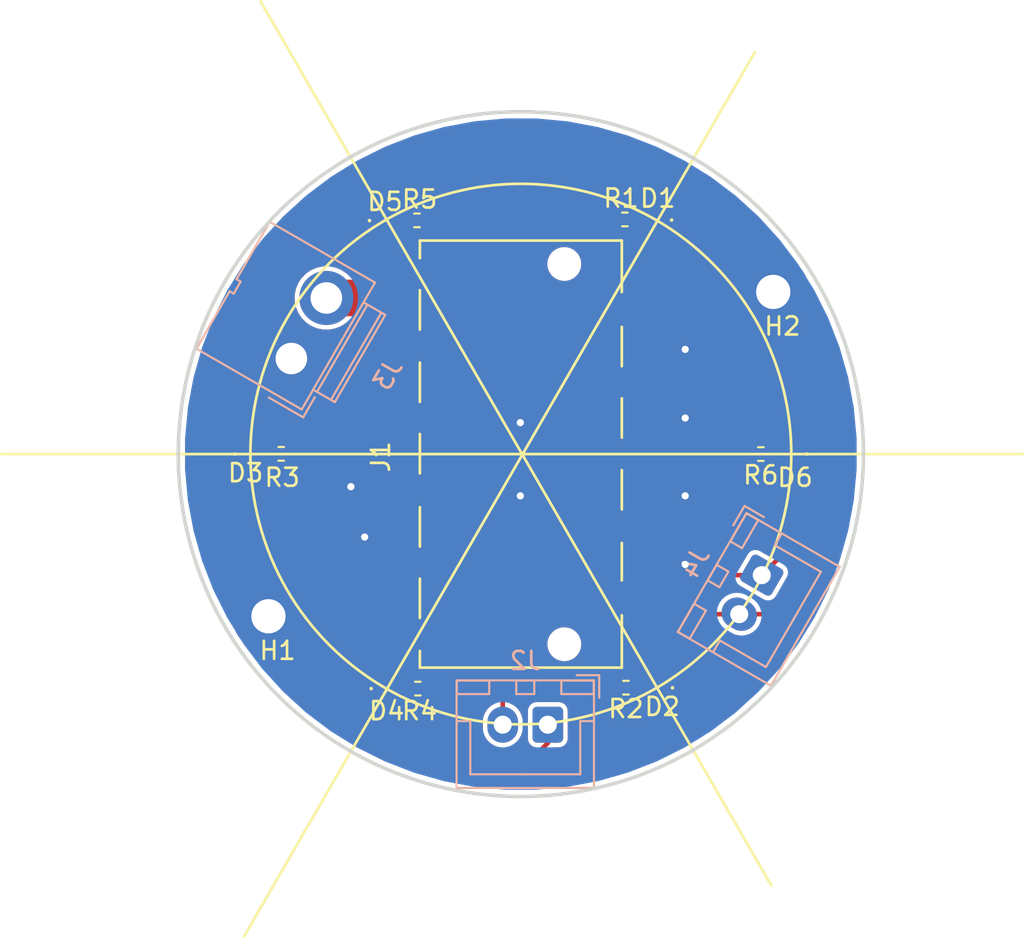
<source format=kicad_pcb>
(kicad_pcb (version 20171130) (host pcbnew "(5.1.10)-1")

  (general
    (thickness 1.6)
    (drawings 15)
    (tracks 89)
    (zones 0)
    (modules 18)
    (nets 13)
  )

  (page A4)
  (layers
    (0 F.Cu signal)
    (31 B.Cu signal)
    (32 B.Adhes user hide)
    (33 F.Adhes user hide)
    (34 B.Paste user hide)
    (35 F.Paste user hide)
    (36 B.SilkS user)
    (37 F.SilkS user)
    (38 B.Mask user hide)
    (39 F.Mask user hide)
    (40 Dwgs.User user hide)
    (41 Cmts.User user hide)
    (42 Eco1.User user hide)
    (43 Eco2.User user)
    (44 Edge.Cuts user)
    (45 Margin user hide)
    (46 B.CrtYd user hide)
    (47 F.CrtYd user)
    (48 B.Fab user hide)
    (49 F.Fab user hide)
  )

  (setup
    (last_trace_width 0.254)
    (user_trace_width 0.1524)
    (user_trace_width 0.2032)
    (user_trace_width 0.381)
    (user_trace_width 0.508)
    (user_trace_width 0.635)
    (user_trace_width 0.762)
    (user_trace_width 1.016)
    (user_trace_width 1.27)
    (user_trace_width 1.524)
    (user_trace_width 1.778)
    (user_trace_width 2.032)
    (user_trace_width 2.54)
    (trace_clearance 0.1524)
    (zone_clearance 0.254)
    (zone_45_only no)
    (trace_min 0.1524)
    (via_size 0.8)
    (via_drill 0.4)
    (via_min_size 0.4)
    (via_min_drill 0.3)
    (user_via 0.5 0.3)
    (user_via 0.6 0.3)
    (user_via 0.8 0.4)
    (uvia_size 0.3)
    (uvia_drill 0.1)
    (uvias_allowed no)
    (uvia_min_size 0.2)
    (uvia_min_drill 0.1)
    (edge_width 0.05)
    (segment_width 0.2)
    (pcb_text_width 0.3)
    (pcb_text_size 1.5 1.5)
    (mod_edge_width 0.1524)
    (mod_text_size 1.016 1.016)
    (mod_text_width 0.1524)
    (pad_size 4 4)
    (pad_drill 1.9)
    (pad_to_mask_clearance 0.05)
    (aux_axis_origin 153.64184 101.63052)
    (grid_origin 153.64184 101.63052)
    (visible_elements 7FFFFFFF)
    (pcbplotparams
      (layerselection 0x010fc_ffffffff)
      (usegerberextensions true)
      (usegerberattributes false)
      (usegerberadvancedattributes false)
      (creategerberjobfile false)
      (excludeedgelayer true)
      (linewidth 0.100000)
      (plotframeref false)
      (viasonmask false)
      (mode 1)
      (useauxorigin false)
      (hpglpennumber 1)
      (hpglpenspeed 20)
      (hpglpendiameter 15.000000)
      (psnegative false)
      (psa4output false)
      (plotreference true)
      (plotvalue true)
      (plotinvisibletext false)
      (padsonsilk false)
      (subtractmaskfromsilk false)
      (outputformat 1)
      (mirror false)
      (drillshape 0)
      (scaleselection 1)
      (outputdirectory "tiny2_V1.0_gerber/"))
  )

  (net 0 "")
  (net 1 Earth)
  (net 2 +5V)
  (net 3 "Net-(D1-Pad2)")
  (net 4 "Net-(D1-Pad1)")
  (net 5 "Net-(J1-Pad6)")
  (net 6 "Net-(J1-Pad5)")
  (net 7 "Net-(D2-Pad2)")
  (net 8 "Net-(D3-Pad2)")
  (net 9 "Net-(D4-Pad2)")
  (net 10 "Net-(D5-Pad2)")
  (net 11 "Net-(D6-Pad2)")
  (net 12 "Net-(J4-Pad1)")

  (net_class Default "This is the default net class."
    (clearance 0.1524)
    (trace_width 0.254)
    (via_dia 0.8)
    (via_drill 0.4)
    (uvia_dia 0.3)
    (uvia_drill 0.1)
    (diff_pair_width 0.4)
    (diff_pair_gap 0.4)
    (add_net +5V)
    (add_net Earth)
    (add_net "Net-(D1-Pad1)")
    (add_net "Net-(D1-Pad2)")
    (add_net "Net-(D2-Pad2)")
    (add_net "Net-(D3-Pad2)")
    (add_net "Net-(D4-Pad2)")
    (add_net "Net-(D5-Pad2)")
    (add_net "Net-(D6-Pad2)")
    (add_net "Net-(J1-Pad5)")
    (add_net "Net-(J1-Pad6)")
    (add_net "Net-(J4-Pad1)")
  )

  (module SamacSys_Parts:MountingHole_1.5x4mm (layer F.Cu) (tedit 5FB8F3CD) (tstamp 60C08F41)
    (at 14 -9)
    (path /60C03A88)
    (fp_text reference H2 (at 0.508 1.905) (layer F.SilkS)
      (effects (font (size 1 1) (thickness 0.15)))
    )
    (fp_text value MountingHole (at 0.127 -4.564) (layer F.Fab)
      (effects (font (size 1 1) (thickness 0.15)))
    )
    (fp_circle (center 0 0) (end 2 0) (layer Cmts.User) (width 0.15))
    (fp_circle (center 0 0) (end 2 0) (layer F.CrtYd) (width 0.05))
    (pad 0 thru_hole circle (at 0 0) (size 4 4) (drill 1.9) (layers *.Cu *.Mask))
  )

  (module SamacSys_Parts:MountingHole_1.5x4mm (layer F.Cu) (tedit 5FB8F3CD) (tstamp 60C08F3A)
    (at -14 9)
    (path /60C03634)
    (fp_text reference H1 (at 0.508 1.905) (layer F.SilkS)
      (effects (font (size 1 1) (thickness 0.15)))
    )
    (fp_text value MountingHole (at 0.127 -4.564) (layer F.Fab)
      (effects (font (size 1 1) (thickness 0.15)))
    )
    (fp_circle (center 0 0) (end 2 0) (layer Cmts.User) (width 0.15))
    (fp_circle (center 0 0) (end 2 0) (layer F.CrtYd) (width 0.05))
    (pad 0 thru_hole circle (at 0 0) (size 4 4) (drill 1.9) (layers *.Cu *.Mask))
  )

  (module SamacSys_Parts:JL-6P-4.0PH-5.65H (layer F.Cu) (tedit 60B5D4F9) (tstamp 60B2819D)
    (at 0 0 270)
    (path /60B3B97C)
    (fp_text reference J1 (at 0.1524 7.7724 90) (layer F.SilkS)
      (effects (font (size 1 1) (thickness 0.15)))
    )
    (fp_text value Conn_01x06 (at 0.7112 9.2456 90) (layer F.Fab)
      (effects (font (size 1 1) (thickness 0.15)))
    )
    (fp_line (start -8.9916 -5.6) (end -11.85 -5.6) (layer F.SilkS) (width 0.15))
    (fp_line (start -11.85 -5.6) (end -11.85 5.6) (layer F.SilkS) (width 0.15))
    (fp_line (start -11.85 5.6) (end -10.8712 5.6) (layer F.SilkS) (width 0.15))
    (fp_line (start -9.0932 5.6) (end -6.9088 5.6) (layer F.SilkS) (width 0.15))
    (fp_line (start -5.08 5.6) (end -2.8956 5.6) (layer F.SilkS) (width 0.15))
    (fp_line (start -1.1176 5.6) (end 1.0668 5.6) (layer F.SilkS) (width 0.15))
    (fp_line (start 2.9464 5.6) (end 5.1308 5.6) (layer F.SilkS) (width 0.15))
    (fp_line (start 6.9088 5.6) (end 9.0932 5.6) (layer F.SilkS) (width 0.15))
    (fp_line (start 10.922 5.6) (end 11.85 5.6) (layer F.SilkS) (width 0.15))
    (fp_line (start 11.85 5.6) (end 11.85 -5.6) (layer F.SilkS) (width 0.15))
    (fp_line (start 11.85 -5.6) (end 8.9408 -5.6) (layer F.SilkS) (width 0.15))
    (fp_line (start -4.8768 -5.6) (end -7.0612 -5.6) (layer F.SilkS) (width 0.15))
    (fp_line (start -0.9144 -5.6) (end -3.0988 -5.6) (layer F.SilkS) (width 0.15))
    (fp_line (start 3.0734 -5.6) (end 0.889 -5.6) (layer F.SilkS) (width 0.15))
    (fp_line (start 7.0104 -5.6) (end 4.9276 -5.6) (layer F.SilkS) (width 0.15))
    (pad "" np_thru_hole circle (at -10.55 -2.41 270) (size 1.37 1.37) (drill 1.37) (layers *.Cu *.Mask))
    (pad "" np_thru_hole circle (at 10.55 -2.41 270) (size 1.37 1.37) (drill 1.37) (layers *.Cu *.Mask))
    (pad 0 smd rect (at 8 -4.765 270) (size 1.5 2.5) (layers F.Cu F.Paste F.Mask))
    (pad 0 smd rect (at 4 -4.765 270) (size 1.5 2.5) (layers F.Cu F.Paste F.Mask))
    (pad 0 smd rect (at -8 -4.7752 270) (size 1.5 2.5) (layers F.Cu F.Paste F.Mask))
    (pad 0 smd rect (at -4 -4.765 270) (size 1.5 2.5) (layers F.Cu F.Paste F.Mask))
    (pad 0 smd rect (at 0 -4.765 270) (size 1.5 2.5) (layers F.Cu F.Paste F.Mask))
    (pad 6 smd rect (at 10 4.765 270) (size 1.5 2.5) (layers F.Cu F.Paste F.Mask)
      (net 5 "Net-(J1-Pad6)"))
    (pad 5 smd rect (at 6 4.765 270) (size 1.5 2.5) (layers F.Cu F.Paste F.Mask)
      (net 6 "Net-(J1-Pad5)"))
    (pad 4 smd rect (at 2 4.765 270) (size 1.5 2.5) (layers F.Cu F.Paste F.Mask)
      (net 1 Earth))
    (pad 1 smd rect (at -10 4.765 270) (size 1.5 2.5) (layers F.Cu F.Paste F.Mask)
      (net 2 +5V))
    (pad 2 smd rect (at -6 4.765 270) (size 1.5 2.5) (layers F.Cu F.Paste F.Mask)
      (net 2 +5V))
    (pad 3 smd rect (at -2 4.765 270) (size 1.5 2.5) (layers F.Cu F.Paste F.Mask)
      (net 1 Earth))
    (model E:/00_Softdoc/KiCad/KICAD/library/SamacSys_Parts.3dshapes/JL-6P-4.0PH-5.65H-2.step
      (offset (xyz -11.85 5.5 0))
      (scale (xyz 1 1 1))
      (rotate (xyz 0 0 0))
    )
  )

  (module Connector_JST:JST_XH_B2B-XH-A_1x02_P2.50mm_Vertical (layer B.Cu) (tedit 5C28146C) (tstamp 60B28215)
    (at 13.36272 6.71834 240)
    (descr "JST XH series connector, B2B-XH-A (http://www.jst-mfg.com/product/pdf/eng/eXH.pdf), generated with kicad-footprint-generator")
    (tags "connector JST XH vertical")
    (path /60B32625)
    (fp_text reference J4 (at 1.25 3.55 60) (layer B.SilkS)
      (effects (font (size 1 1) (thickness 0.15)) (justify mirror))
    )
    (fp_text value LED (at 1.25 -4.6 60) (layer B.Fab)
      (effects (font (size 1 1) (thickness 0.15)) (justify mirror))
    )
    (fp_line (start -2.85 2.75) (end -2.85 1.5) (layer B.SilkS) (width 0.12))
    (fp_line (start -1.6 2.75) (end -2.85 2.75) (layer B.SilkS) (width 0.12))
    (fp_line (start 4.3 -2.75) (end 1.25 -2.75) (layer B.SilkS) (width 0.12))
    (fp_line (start 4.3 0.2) (end 4.3 -2.75) (layer B.SilkS) (width 0.12))
    (fp_line (start 5.05 0.2) (end 4.3 0.2) (layer B.SilkS) (width 0.12))
    (fp_line (start -1.8 -2.75) (end 1.25 -2.75) (layer B.SilkS) (width 0.12))
    (fp_line (start -1.8 0.2) (end -1.8 -2.75) (layer B.SilkS) (width 0.12))
    (fp_line (start -2.55 0.2) (end -1.8 0.2) (layer B.SilkS) (width 0.12))
    (fp_line (start 5.05 2.45) (end 3.25 2.45) (layer B.SilkS) (width 0.12))
    (fp_line (start 5.05 1.7) (end 5.05 2.45) (layer B.SilkS) (width 0.12))
    (fp_line (start 3.25 1.7) (end 5.05 1.7) (layer B.SilkS) (width 0.12))
    (fp_line (start 3.25 2.45) (end 3.25 1.7) (layer B.SilkS) (width 0.12))
    (fp_line (start -0.75 2.45) (end -2.55 2.45) (layer B.SilkS) (width 0.12))
    (fp_line (start -0.75 1.7) (end -0.75 2.45) (layer B.SilkS) (width 0.12))
    (fp_line (start -2.55 1.7) (end -0.75 1.7) (layer B.SilkS) (width 0.12))
    (fp_line (start -2.55 2.45) (end -2.55 1.7) (layer B.SilkS) (width 0.12))
    (fp_line (start 1.75 2.45) (end 0.75 2.45) (layer B.SilkS) (width 0.12))
    (fp_line (start 1.75 1.7) (end 1.75 2.45) (layer B.SilkS) (width 0.12))
    (fp_line (start 0.75 1.7) (end 1.75 1.7) (layer B.SilkS) (width 0.12))
    (fp_line (start 0.75 2.45) (end 0.75 1.7) (layer B.SilkS) (width 0.12))
    (fp_line (start 0 1.35) (end 0.625 2.35) (layer B.Fab) (width 0.1))
    (fp_line (start -0.625 2.35) (end 0 1.35) (layer B.Fab) (width 0.1))
    (fp_line (start 5.45 2.85) (end -2.95 2.85) (layer B.CrtYd) (width 0.05))
    (fp_line (start 5.45 -3.9) (end 5.45 2.85) (layer B.CrtYd) (width 0.05))
    (fp_line (start -2.95 -3.9) (end 5.45 -3.9) (layer B.CrtYd) (width 0.05))
    (fp_line (start -2.95 2.85) (end -2.95 -3.9) (layer B.CrtYd) (width 0.05))
    (fp_line (start 5.06 2.46) (end -2.56 2.46) (layer B.SilkS) (width 0.12))
    (fp_line (start 5.06 -3.51) (end 5.06 2.46) (layer B.SilkS) (width 0.12))
    (fp_line (start -2.56 -3.51) (end 5.06 -3.51) (layer B.SilkS) (width 0.12))
    (fp_line (start -2.56 2.46) (end -2.56 -3.51) (layer B.SilkS) (width 0.12))
    (fp_line (start 4.95 2.35) (end -2.45 2.35) (layer B.Fab) (width 0.1))
    (fp_line (start 4.95 -3.4) (end 4.95 2.35) (layer B.Fab) (width 0.1))
    (fp_line (start -2.45 -3.4) (end 4.95 -3.4) (layer B.Fab) (width 0.1))
    (fp_line (start -2.45 2.35) (end -2.45 -3.4) (layer B.Fab) (width 0.1))
    (fp_text user %R (at 1.25 -2.7 60) (layer B.Fab)
      (effects (font (size 1 1) (thickness 0.15)) (justify mirror))
    )
    (pad 2 thru_hole oval (at 2.5 0 240) (size 1.7 2) (drill 1) (layers *.Cu *.Mask)
      (net 4 "Net-(D1-Pad1)"))
    (pad 1 thru_hole roundrect (at 0 0 240) (size 1.7 2) (drill 1) (layers *.Cu *.Mask) (roundrect_rratio 0.147059)
      (net 12 "Net-(J4-Pad1)"))
    (model ${KISYS3DMOD}/Connector_JST.3dshapes/JST_XH_B2B-XH-A_1x02_P2.50mm_Vertical.wrl
      (at (xyz 0 0 0))
      (scale (xyz 1 1 1))
      (rotate (xyz 0 0 0))
    )
  )

  (module Resistor_SMD:R_0402_1005Metric (layer F.Cu) (tedit 5F68FEEE) (tstamp 60B28A18)
    (at 13.30938 -0.0025 180)
    (descr "Resistor SMD 0402 (1005 Metric), square (rectangular) end terminal, IPC_7351 nominal, (Body size source: IPC-SM-782 page 72, https://www.pcb-3d.com/wordpress/wp-content/uploads/ipc-sm-782a_amendment_1_and_2.pdf), generated with kicad-footprint-generator")
    (tags resistor)
    (path /60B4947B)
    (attr smd)
    (fp_text reference R6 (at 0 -1.17) (layer F.SilkS)
      (effects (font (size 1 1) (thickness 0.15)))
    )
    (fp_text value R_Small (at 0 1.17) (layer F.Fab)
      (effects (font (size 1 1) (thickness 0.15)))
    )
    (fp_line (start 0.93 0.47) (end -0.93 0.47) (layer F.CrtYd) (width 0.05))
    (fp_line (start 0.93 -0.47) (end 0.93 0.47) (layer F.CrtYd) (width 0.05))
    (fp_line (start -0.93 -0.47) (end 0.93 -0.47) (layer F.CrtYd) (width 0.05))
    (fp_line (start -0.93 0.47) (end -0.93 -0.47) (layer F.CrtYd) (width 0.05))
    (fp_line (start -0.153641 0.38) (end 0.153641 0.38) (layer F.SilkS) (width 0.12))
    (fp_line (start -0.153641 -0.38) (end 0.153641 -0.38) (layer F.SilkS) (width 0.12))
    (fp_line (start 0.525 0.27) (end -0.525 0.27) (layer F.Fab) (width 0.1))
    (fp_line (start 0.525 -0.27) (end 0.525 0.27) (layer F.Fab) (width 0.1))
    (fp_line (start -0.525 -0.27) (end 0.525 -0.27) (layer F.Fab) (width 0.1))
    (fp_line (start -0.525 0.27) (end -0.525 -0.27) (layer F.Fab) (width 0.1))
    (fp_text user %R (at 0 0) (layer F.Fab)
      (effects (font (size 0.26 0.26) (thickness 0.04)))
    )
    (pad 2 smd roundrect (at 0.51 0 180) (size 0.54 0.64) (layers F.Cu F.Paste F.Mask) (roundrect_rratio 0.25)
      (net 12 "Net-(J4-Pad1)"))
    (pad 1 smd roundrect (at -0.51 0 180) (size 0.54 0.64) (layers F.Cu F.Paste F.Mask) (roundrect_rratio 0.25)
      (net 11 "Net-(D6-Pad2)"))
    (model ${KISYS3DMOD}/Resistor_SMD.3dshapes/R_0402_1005Metric.wrl
      (at (xyz 0 0 0))
      (scale (xyz 1 1 1))
      (rotate (xyz 0 0 0))
    )
  )

  (module Resistor_SMD:R_0402_1005Metric (layer F.Cu) (tedit 5F68FEEE) (tstamp 60B28A07)
    (at -5.76094 -12.9692)
    (descr "Resistor SMD 0402 (1005 Metric), square (rectangular) end terminal, IPC_7351 nominal, (Body size source: IPC-SM-782 page 72, https://www.pcb-3d.com/wordpress/wp-content/uploads/ipc-sm-782a_amendment_1_and_2.pdf), generated with kicad-footprint-generator")
    (tags resistor)
    (path /60B4913A)
    (attr smd)
    (fp_text reference R5 (at 0.14478 -1.17) (layer F.SilkS)
      (effects (font (size 1 1) (thickness 0.15)))
    )
    (fp_text value R_Small (at 0 1.17) (layer F.Fab)
      (effects (font (size 1 1) (thickness 0.15)))
    )
    (fp_line (start 0.93 0.47) (end -0.93 0.47) (layer F.CrtYd) (width 0.05))
    (fp_line (start 0.93 -0.47) (end 0.93 0.47) (layer F.CrtYd) (width 0.05))
    (fp_line (start -0.93 -0.47) (end 0.93 -0.47) (layer F.CrtYd) (width 0.05))
    (fp_line (start -0.93 0.47) (end -0.93 -0.47) (layer F.CrtYd) (width 0.05))
    (fp_line (start -0.153641 0.38) (end 0.153641 0.38) (layer F.SilkS) (width 0.12))
    (fp_line (start -0.153641 -0.38) (end 0.153641 -0.38) (layer F.SilkS) (width 0.12))
    (fp_line (start 0.525 0.27) (end -0.525 0.27) (layer F.Fab) (width 0.1))
    (fp_line (start 0.525 -0.27) (end 0.525 0.27) (layer F.Fab) (width 0.1))
    (fp_line (start -0.525 -0.27) (end 0.525 -0.27) (layer F.Fab) (width 0.1))
    (fp_line (start -0.525 0.27) (end -0.525 -0.27) (layer F.Fab) (width 0.1))
    (fp_text user %R (at 0 0) (layer F.Fab)
      (effects (font (size 0.26 0.26) (thickness 0.04)))
    )
    (pad 2 smd roundrect (at 0.51 0) (size 0.54 0.64) (layers F.Cu F.Paste F.Mask) (roundrect_rratio 0.25)
      (net 12 "Net-(J4-Pad1)"))
    (pad 1 smd roundrect (at -0.51 0) (size 0.54 0.64) (layers F.Cu F.Paste F.Mask) (roundrect_rratio 0.25)
      (net 10 "Net-(D5-Pad2)"))
    (model ${KISYS3DMOD}/Resistor_SMD.3dshapes/R_0402_1005Metric.wrl
      (at (xyz 0 0 0))
      (scale (xyz 1 1 1))
      (rotate (xyz 0 0 0))
    )
  )

  (module Resistor_SMD:R_0402_1005Metric (layer F.Cu) (tedit 5F68FEEE) (tstamp 60B289F6)
    (at -5.71014 13.01246)
    (descr "Resistor SMD 0402 (1005 Metric), square (rectangular) end terminal, IPC_7351 nominal, (Body size source: IPC-SM-782 page 72, https://www.pcb-3d.com/wordpress/wp-content/uploads/ipc-sm-782a_amendment_1_and_2.pdf), generated with kicad-footprint-generator")
    (tags resistor)
    (path /60B48C8C)
    (attr smd)
    (fp_text reference R4 (at 0.09398 1.24206) (layer F.SilkS)
      (effects (font (size 1 1) (thickness 0.15)))
    )
    (fp_text value R_Small (at 0 1.17) (layer F.Fab)
      (effects (font (size 1 1) (thickness 0.15)))
    )
    (fp_line (start 0.93 0.47) (end -0.93 0.47) (layer F.CrtYd) (width 0.05))
    (fp_line (start 0.93 -0.47) (end 0.93 0.47) (layer F.CrtYd) (width 0.05))
    (fp_line (start -0.93 -0.47) (end 0.93 -0.47) (layer F.CrtYd) (width 0.05))
    (fp_line (start -0.93 0.47) (end -0.93 -0.47) (layer F.CrtYd) (width 0.05))
    (fp_line (start -0.153641 0.38) (end 0.153641 0.38) (layer F.SilkS) (width 0.12))
    (fp_line (start -0.153641 -0.38) (end 0.153641 -0.38) (layer F.SilkS) (width 0.12))
    (fp_line (start 0.525 0.27) (end -0.525 0.27) (layer F.Fab) (width 0.1))
    (fp_line (start 0.525 -0.27) (end 0.525 0.27) (layer F.Fab) (width 0.1))
    (fp_line (start -0.525 -0.27) (end 0.525 -0.27) (layer F.Fab) (width 0.1))
    (fp_line (start -0.525 0.27) (end -0.525 -0.27) (layer F.Fab) (width 0.1))
    (fp_text user %R (at 0 0) (layer F.Fab)
      (effects (font (size 0.26 0.26) (thickness 0.04)))
    )
    (pad 2 smd roundrect (at 0.51 0) (size 0.54 0.64) (layers F.Cu F.Paste F.Mask) (roundrect_rratio 0.25)
      (net 12 "Net-(J4-Pad1)"))
    (pad 1 smd roundrect (at -0.51 0) (size 0.54 0.64) (layers F.Cu F.Paste F.Mask) (roundrect_rratio 0.25)
      (net 9 "Net-(D4-Pad2)"))
    (model ${KISYS3DMOD}/Resistor_SMD.3dshapes/R_0402_1005Metric.wrl
      (at (xyz 0 0 0))
      (scale (xyz 1 1 1))
      (rotate (xyz 0 0 0))
    )
  )

  (module Resistor_SMD:R_0402_1005Metric (layer F.Cu) (tedit 5F68FEEE) (tstamp 60B289E5)
    (at -13.29204 -0.0152)
    (descr "Resistor SMD 0402 (1005 Metric), square (rectangular) end terminal, IPC_7351 nominal, (Body size source: IPC-SM-782 page 72, https://www.pcb-3d.com/wordpress/wp-content/uploads/ipc-sm-782a_amendment_1_and_2.pdf), generated with kicad-footprint-generator")
    (tags resistor)
    (path /60B48940)
    (attr smd)
    (fp_text reference R3 (at 0.05588 1.31572) (layer F.SilkS)
      (effects (font (size 1 1) (thickness 0.15)))
    )
    (fp_text value R_Small (at 0 1.17) (layer F.Fab)
      (effects (font (size 1 1) (thickness 0.15)))
    )
    (fp_line (start 0.93 0.47) (end -0.93 0.47) (layer F.CrtYd) (width 0.05))
    (fp_line (start 0.93 -0.47) (end 0.93 0.47) (layer F.CrtYd) (width 0.05))
    (fp_line (start -0.93 -0.47) (end 0.93 -0.47) (layer F.CrtYd) (width 0.05))
    (fp_line (start -0.93 0.47) (end -0.93 -0.47) (layer F.CrtYd) (width 0.05))
    (fp_line (start -0.153641 0.38) (end 0.153641 0.38) (layer F.SilkS) (width 0.12))
    (fp_line (start -0.153641 -0.38) (end 0.153641 -0.38) (layer F.SilkS) (width 0.12))
    (fp_line (start 0.525 0.27) (end -0.525 0.27) (layer F.Fab) (width 0.1))
    (fp_line (start 0.525 -0.27) (end 0.525 0.27) (layer F.Fab) (width 0.1))
    (fp_line (start -0.525 -0.27) (end 0.525 -0.27) (layer F.Fab) (width 0.1))
    (fp_line (start -0.525 0.27) (end -0.525 -0.27) (layer F.Fab) (width 0.1))
    (fp_text user %R (at 0 0) (layer F.Fab)
      (effects (font (size 0.26 0.26) (thickness 0.04)))
    )
    (pad 2 smd roundrect (at 0.51 0) (size 0.54 0.64) (layers F.Cu F.Paste F.Mask) (roundrect_rratio 0.25)
      (net 12 "Net-(J4-Pad1)"))
    (pad 1 smd roundrect (at -0.51 0) (size 0.54 0.64) (layers F.Cu F.Paste F.Mask) (roundrect_rratio 0.25)
      (net 8 "Net-(D3-Pad2)"))
    (model ${KISYS3DMOD}/Resistor_SMD.3dshapes/R_0402_1005Metric.wrl
      (at (xyz 0 0 0))
      (scale (xyz 1 1 1))
      (rotate (xyz 0 0 0))
    )
  )

  (module Resistor_SMD:R_0402_1005Metric (layer F.Cu) (tedit 5F68FEEE) (tstamp 60B289D4)
    (at 5.83162 12.96166 180)
    (descr "Resistor SMD 0402 (1005 Metric), square (rectangular) end terminal, IPC_7351 nominal, (Body size source: IPC-SM-782 page 72, https://www.pcb-3d.com/wordpress/wp-content/uploads/ipc-sm-782a_amendment_1_and_2.pdf), generated with kicad-footprint-generator")
    (tags resistor)
    (path /60B48664)
    (attr smd)
    (fp_text reference R2 (at 0 -1.17) (layer F.SilkS)
      (effects (font (size 1 1) (thickness 0.15)))
    )
    (fp_text value R_Small (at 0 1.17) (layer F.Fab)
      (effects (font (size 1 1) (thickness 0.15)))
    )
    (fp_line (start 0.93 0.47) (end -0.93 0.47) (layer F.CrtYd) (width 0.05))
    (fp_line (start 0.93 -0.47) (end 0.93 0.47) (layer F.CrtYd) (width 0.05))
    (fp_line (start -0.93 -0.47) (end 0.93 -0.47) (layer F.CrtYd) (width 0.05))
    (fp_line (start -0.93 0.47) (end -0.93 -0.47) (layer F.CrtYd) (width 0.05))
    (fp_line (start -0.153641 0.38) (end 0.153641 0.38) (layer F.SilkS) (width 0.12))
    (fp_line (start -0.153641 -0.38) (end 0.153641 -0.38) (layer F.SilkS) (width 0.12))
    (fp_line (start 0.525 0.27) (end -0.525 0.27) (layer F.Fab) (width 0.1))
    (fp_line (start 0.525 -0.27) (end 0.525 0.27) (layer F.Fab) (width 0.1))
    (fp_line (start -0.525 -0.27) (end 0.525 -0.27) (layer F.Fab) (width 0.1))
    (fp_line (start -0.525 0.27) (end -0.525 -0.27) (layer F.Fab) (width 0.1))
    (fp_text user %R (at 0 0) (layer F.Fab)
      (effects (font (size 0.26 0.26) (thickness 0.04)))
    )
    (pad 2 smd roundrect (at 0.51 0 180) (size 0.54 0.64) (layers F.Cu F.Paste F.Mask) (roundrect_rratio 0.25)
      (net 12 "Net-(J4-Pad1)"))
    (pad 1 smd roundrect (at -0.51 0 180) (size 0.54 0.64) (layers F.Cu F.Paste F.Mask) (roundrect_rratio 0.25)
      (net 7 "Net-(D2-Pad2)"))
    (model ${KISYS3DMOD}/Resistor_SMD.3dshapes/R_0402_1005Metric.wrl
      (at (xyz 0 0 0))
      (scale (xyz 1 1 1))
      (rotate (xyz 0 0 0))
    )
  )

  (module Resistor_SMD:R_0402_1005Metric (layer F.Cu) (tedit 5F68FEEE) (tstamp 60B289C3)
    (at 5.76812 -13.02254 180)
    (descr "Resistor SMD 0402 (1005 Metric), square (rectangular) end terminal, IPC_7351 nominal, (Body size source: IPC-SM-782 page 72, https://www.pcb-3d.com/wordpress/wp-content/uploads/ipc-sm-782a_amendment_1_and_2.pdf), generated with kicad-footprint-generator")
    (tags resistor)
    (path /60B47631)
    (attr smd)
    (fp_text reference R1 (at 0.20828 1.17094) (layer F.SilkS)
      (effects (font (size 1 1) (thickness 0.15)))
    )
    (fp_text value R_Small (at 0 1.17) (layer F.Fab)
      (effects (font (size 1 1) (thickness 0.15)))
    )
    (fp_line (start 0.93 0.47) (end -0.93 0.47) (layer F.CrtYd) (width 0.05))
    (fp_line (start 0.93 -0.47) (end 0.93 0.47) (layer F.CrtYd) (width 0.05))
    (fp_line (start -0.93 -0.47) (end 0.93 -0.47) (layer F.CrtYd) (width 0.05))
    (fp_line (start -0.93 0.47) (end -0.93 -0.47) (layer F.CrtYd) (width 0.05))
    (fp_line (start -0.153641 0.38) (end 0.153641 0.38) (layer F.SilkS) (width 0.12))
    (fp_line (start -0.153641 -0.38) (end 0.153641 -0.38) (layer F.SilkS) (width 0.12))
    (fp_line (start 0.525 0.27) (end -0.525 0.27) (layer F.Fab) (width 0.1))
    (fp_line (start 0.525 -0.27) (end 0.525 0.27) (layer F.Fab) (width 0.1))
    (fp_line (start -0.525 -0.27) (end 0.525 -0.27) (layer F.Fab) (width 0.1))
    (fp_line (start -0.525 0.27) (end -0.525 -0.27) (layer F.Fab) (width 0.1))
    (fp_text user %R (at 0 0) (layer F.Fab)
      (effects (font (size 0.26 0.26) (thickness 0.04)))
    )
    (pad 2 smd roundrect (at 0.51 0 180) (size 0.54 0.64) (layers F.Cu F.Paste F.Mask) (roundrect_rratio 0.25)
      (net 12 "Net-(J4-Pad1)"))
    (pad 1 smd roundrect (at -0.51 0 180) (size 0.54 0.64) (layers F.Cu F.Paste F.Mask) (roundrect_rratio 0.25)
      (net 3 "Net-(D1-Pad2)"))
    (model ${KISYS3DMOD}/Resistor_SMD.3dshapes/R_0402_1005Metric.wrl
      (at (xyz 0 0 0))
      (scale (xyz 1 1 1))
      (rotate (xyz 0 0 0))
    )
  )

  (module Connector:JWT_A3963_1x02_P3.96mm_Vertical (layer B.Cu) (tedit 5A2A57CE) (tstamp 60B281EB)
    (at -12.72816 -5.30348 60)
    (descr "JWT A3963, 3.96mm pitch Pin head connector (http://www.jwt.com.tw/pro_pdf/A3963.pdf)")
    (tags "connector JWT A3963 pinhead")
    (path /60B9E3C8)
    (fp_text reference J3 (at 1.91 5.08 60) (layer B.SilkS)
      (effects (font (size 1 1) (thickness 0.15)) (justify mirror))
    )
    (fp_text value POWER (at 1.910001 -6.35 60) (layer B.Fab)
      (effects (font (size 1 1) (thickness 0.15)) (justify mirror))
    )
    (fp_line (start 5.97 -4.83) (end 5.97 0) (layer B.SilkS) (width 0.12))
    (fp_line (start -2.16 0) (end -2.16 -4.83) (layer B.SilkS) (width 0.12))
    (fp_line (start -2.16 1.91) (end 5.97 1.91) (layer B.SilkS) (width 0.12))
    (fp_line (start -0.89 1.91) (end -0.89 3.3) (layer B.SilkS) (width 0.12))
    (fp_line (start 4.7 1.91) (end 4.7 3.3) (layer B.SilkS) (width 0.12))
    (fp_line (start -0.89 3.3) (end 4.7 3.3) (layer B.SilkS) (width 0.12))
    (fp_line (start -2.16 1.91) (end -2.16 0) (layer B.SilkS) (width 0.12))
    (fp_line (start 5.97 1.91) (end 5.97 0) (layer B.SilkS) (width 0.12))
    (fp_line (start -0.89 3.05) (end 4.7 3.05) (layer B.SilkS) (width 0.12))
    (fp_line (start -0.89 2.16) (end 4.7 2.16) (layer B.SilkS) (width 0.12))
    (fp_line (start 2.29 -4.57) (end 2.29 -4.83) (layer B.SilkS) (width 0.12))
    (fp_line (start 1.52 -4.57) (end 2.29 -4.57) (layer B.SilkS) (width 0.12))
    (fp_line (start 1.52 -4.83) (end 1.52 -4.57) (layer B.SilkS) (width 0.12))
    (fp_line (start 1.52 -4.83) (end -2.16 -4.83) (layer B.SilkS) (width 0.12))
    (fp_line (start 2.29 -4.83) (end 5.97 -4.83) (layer B.SilkS) (width 0.12))
    (fp_line (start -2.5 -5.05) (end -2.5 3.55) (layer B.CrtYd) (width 0.05))
    (fp_line (start 6.35 -5.05) (end -2.5 -5.05) (layer B.CrtYd) (width 0.05))
    (fp_line (start 6.35 3.55) (end 6.35 -5.05) (layer B.CrtYd) (width 0.05))
    (fp_line (start -2.5 3.55) (end 6.35 3.55) (layer B.CrtYd) (width 0.05))
    (fp_line (start -2.05 1.8) (end 5.85 1.8) (layer B.Fab) (width 0.1))
    (fp_line (start 5.85 1.8) (end 5.85 -4.7) (layer B.Fab) (width 0.1))
    (fp_line (start 5.85 -4.7) (end -2.05 -4.7) (layer B.Fab) (width 0.1))
    (fp_line (start -2.05 -4.7) (end -2.05 1.8) (layer B.Fab) (width 0.1))
    (fp_line (start -1.2 2.2) (end -2.5 2.2) (layer B.SilkS) (width 0.12))
    (fp_line (start -2.5 2.2) (end -2.5 0) (layer B.SilkS) (width 0.12))
    (fp_line (start -1.25 1.8) (end 0 0.3) (layer B.Fab) (width 0.1))
    (fp_line (start 0 0.3) (end 1.25 1.8) (layer B.Fab) (width 0.1))
    (fp_line (start -0.8 1.8) (end -0.8 3.2) (layer B.Fab) (width 0.1))
    (fp_line (start -0.8 3.2) (end 4.6 3.2) (layer B.Fab) (width 0.1))
    (fp_line (start 4.6 3.2) (end 4.6 1.8) (layer B.Fab) (width 0.1))
    (fp_text user %R (at 2.2 -3.7 60) (layer B.Fab)
      (effects (font (size 1 1) (thickness 0.15)) (justify mirror))
    )
    (pad 2 thru_hole circle (at 3.88 0 60) (size 3 3) (drill 1.75) (layers *.Cu *.Mask)
      (net 2 +5V))
    (pad 1 thru_hole rect (at 0 0 60) (size 3 3) (drill 1.75) (layers *.Cu *.Mask)
      (net 1 Earth))
    (model ${KISYS3DMOD}/Connector.3dshapes/JWT_A3963_1x02_P3.96mm_Vertical.wrl
      (at (xyz 0 0 0))
      (scale (xyz 1 1 1))
      (rotate (xyz 0 0 0))
    )
  )

  (module Connector_JST:JST_XH_B2B-XH-A_1x02_P2.50mm_Vertical (layer B.Cu) (tedit 5C28146C) (tstamp 60B281C6)
    (at 1.49584 15.01652 180)
    (descr "JST XH series connector, B2B-XH-A (http://www.jst-mfg.com/product/pdf/eng/eXH.pdf), generated with kicad-footprint-generator")
    (tags "connector JST XH vertical")
    (path /60B2F82F)
    (fp_text reference J2 (at 1.25 3.55) (layer B.SilkS)
      (effects (font (size 1 1) (thickness 0.15)) (justify mirror))
    )
    (fp_text value UART (at 1.25 -4.6) (layer B.Fab)
      (effects (font (size 1 1) (thickness 0.15)) (justify mirror))
    )
    (fp_line (start -2.85 2.75) (end -2.85 1.5) (layer B.SilkS) (width 0.12))
    (fp_line (start -1.6 2.75) (end -2.85 2.75) (layer B.SilkS) (width 0.12))
    (fp_line (start 4.3 -2.75) (end 1.25 -2.75) (layer B.SilkS) (width 0.12))
    (fp_line (start 4.3 0.2) (end 4.3 -2.75) (layer B.SilkS) (width 0.12))
    (fp_line (start 5.05 0.2) (end 4.3 0.2) (layer B.SilkS) (width 0.12))
    (fp_line (start -1.8 -2.75) (end 1.25 -2.75) (layer B.SilkS) (width 0.12))
    (fp_line (start -1.8 0.2) (end -1.8 -2.75) (layer B.SilkS) (width 0.12))
    (fp_line (start -2.55 0.2) (end -1.8 0.2) (layer B.SilkS) (width 0.12))
    (fp_line (start 5.05 2.45) (end 3.25 2.45) (layer B.SilkS) (width 0.12))
    (fp_line (start 5.05 1.7) (end 5.05 2.45) (layer B.SilkS) (width 0.12))
    (fp_line (start 3.25 1.7) (end 5.05 1.7) (layer B.SilkS) (width 0.12))
    (fp_line (start 3.25 2.45) (end 3.25 1.7) (layer B.SilkS) (width 0.12))
    (fp_line (start -0.75 2.45) (end -2.55 2.45) (layer B.SilkS) (width 0.12))
    (fp_line (start -0.75 1.7) (end -0.75 2.45) (layer B.SilkS) (width 0.12))
    (fp_line (start -2.55 1.7) (end -0.75 1.7) (layer B.SilkS) (width 0.12))
    (fp_line (start -2.55 2.45) (end -2.55 1.7) (layer B.SilkS) (width 0.12))
    (fp_line (start 1.75 2.45) (end 0.75 2.45) (layer B.SilkS) (width 0.12))
    (fp_line (start 1.75 1.7) (end 1.75 2.45) (layer B.SilkS) (width 0.12))
    (fp_line (start 0.75 1.7) (end 1.75 1.7) (layer B.SilkS) (width 0.12))
    (fp_line (start 0.75 2.45) (end 0.75 1.7) (layer B.SilkS) (width 0.12))
    (fp_line (start 0 1.35) (end 0.625 2.35) (layer B.Fab) (width 0.1))
    (fp_line (start -0.625 2.35) (end 0 1.35) (layer B.Fab) (width 0.1))
    (fp_line (start 5.45 2.85) (end -2.95 2.85) (layer B.CrtYd) (width 0.05))
    (fp_line (start 5.45 -3.9) (end 5.45 2.85) (layer B.CrtYd) (width 0.05))
    (fp_line (start -2.95 -3.9) (end 5.45 -3.9) (layer B.CrtYd) (width 0.05))
    (fp_line (start -2.95 2.85) (end -2.95 -3.9) (layer B.CrtYd) (width 0.05))
    (fp_line (start 5.06 2.46) (end -2.56 2.46) (layer B.SilkS) (width 0.12))
    (fp_line (start 5.06 -3.51) (end 5.06 2.46) (layer B.SilkS) (width 0.12))
    (fp_line (start -2.56 -3.51) (end 5.06 -3.51) (layer B.SilkS) (width 0.12))
    (fp_line (start -2.56 2.46) (end -2.56 -3.51) (layer B.SilkS) (width 0.12))
    (fp_line (start 4.95 2.35) (end -2.45 2.35) (layer B.Fab) (width 0.1))
    (fp_line (start 4.95 -3.4) (end 4.95 2.35) (layer B.Fab) (width 0.1))
    (fp_line (start -2.45 -3.4) (end 4.95 -3.4) (layer B.Fab) (width 0.1))
    (fp_line (start -2.45 2.35) (end -2.45 -3.4) (layer B.Fab) (width 0.1))
    (fp_text user %R (at 1.25 -2.7) (layer B.Fab)
      (effects (font (size 1 1) (thickness 0.15)) (justify mirror))
    )
    (pad 2 thru_hole oval (at 2.5 0 180) (size 1.7 2) (drill 1) (layers *.Cu *.Mask)
      (net 6 "Net-(J1-Pad5)"))
    (pad 1 thru_hole roundrect (at 0 0 180) (size 1.7 2) (drill 1) (layers *.Cu *.Mask) (roundrect_rratio 0.147059)
      (net 5 "Net-(J1-Pad6)"))
    (model ${KISYS3DMOD}/Connector_JST.3dshapes/JST_XH_B2B-XH-A_1x02_P2.50mm_Vertical.wrl
      (at (xyz 0 0 0))
      (scale (xyz 1 1 1))
      (rotate (xyz 0 0 0))
    )
  )

  (module LED_SMD:LED_0201_0603Metric (layer F.Cu) (tedit 5F68FEF1) (tstamp 60B2817D)
    (at 15.0061 -0.00504 180)
    (descr "LED SMD 0201 (0603 Metric), square (rectangular) end terminal, IPC_7351 nominal, (Body size source: https://www.vishay.com/docs/20052/crcw0201e3.pdf), generated with kicad-footprint-generator")
    (tags LED)
    (path /60B37DD7)
    (attr smd)
    (fp_text reference D6 (at -0.20574 -1.30556) (layer F.SilkS)
      (effects (font (size 1 1) (thickness 0.15)))
    )
    (fp_text value LED_Small (at 0 1.05) (layer F.Fab)
      (effects (font (size 1 1) (thickness 0.15)))
    )
    (fp_line (start 0.7 0.35) (end -0.7 0.35) (layer F.CrtYd) (width 0.05))
    (fp_line (start 0.7 -0.35) (end 0.7 0.35) (layer F.CrtYd) (width 0.05))
    (fp_line (start -0.7 -0.35) (end 0.7 -0.35) (layer F.CrtYd) (width 0.05))
    (fp_line (start -0.7 0.35) (end -0.7 -0.35) (layer F.CrtYd) (width 0.05))
    (fp_line (start -0.1 0.15) (end -0.1 -0.15) (layer F.Fab) (width 0.1))
    (fp_line (start -0.2 0.15) (end -0.2 -0.15) (layer F.Fab) (width 0.1))
    (fp_line (start 0.3 0.15) (end -0.3 0.15) (layer F.Fab) (width 0.1))
    (fp_line (start 0.3 -0.15) (end 0.3 0.15) (layer F.Fab) (width 0.1))
    (fp_line (start -0.3 -0.15) (end 0.3 -0.15) (layer F.Fab) (width 0.1))
    (fp_line (start -0.3 0.15) (end -0.3 -0.15) (layer F.Fab) (width 0.1))
    (fp_circle (center -0.86 0) (end -0.81 0) (layer F.SilkS) (width 0.1))
    (fp_text user %R (at 0 -0.68) (layer F.Fab)
      (effects (font (size 0.25 0.25) (thickness 0.04)))
    )
    (pad 2 smd roundrect (at 0.32 0 180) (size 0.46 0.4) (layers F.Cu F.Mask) (roundrect_rratio 0.25)
      (net 11 "Net-(D6-Pad2)"))
    (pad 1 smd roundrect (at -0.32 0 180) (size 0.46 0.4) (layers F.Cu F.Mask) (roundrect_rratio 0.25)
      (net 4 "Net-(D1-Pad1)"))
    (pad "" smd roundrect (at 0.345 0 180) (size 0.318 0.36) (layers F.Paste) (roundrect_rratio 0.25))
    (pad "" smd roundrect (at -0.345 0 180) (size 0.318 0.36) (layers F.Paste) (roundrect_rratio 0.25))
    (model ${KISYS3DMOD}/LED_SMD.3dshapes/LED_0201_0603Metric.wrl
      (at (xyz 0 0 0))
      (scale (xyz 1 1 1))
      (rotate (xyz 0 0 0))
    )
  )

  (module LED_SMD:LED_0201_0603Metric (layer F.Cu) (tedit 5F68FEF1) (tstamp 60B28169)
    (at -7.53386 -12.95904)
    (descr "LED SMD 0201 (0603 Metric), square (rectangular) end terminal, IPC_7351 nominal, (Body size source: https://www.vishay.com/docs/20052/crcw0201e3.pdf), generated with kicad-footprint-generator")
    (tags LED)
    (path /60B37DD1)
    (attr smd)
    (fp_text reference D5 (at 0 -1.05) (layer F.SilkS)
      (effects (font (size 1 1) (thickness 0.15)))
    )
    (fp_text value LED_Small (at 0 1.05) (layer F.Fab)
      (effects (font (size 1 1) (thickness 0.15)))
    )
    (fp_line (start 0.7 0.35) (end -0.7 0.35) (layer F.CrtYd) (width 0.05))
    (fp_line (start 0.7 -0.35) (end 0.7 0.35) (layer F.CrtYd) (width 0.05))
    (fp_line (start -0.7 -0.35) (end 0.7 -0.35) (layer F.CrtYd) (width 0.05))
    (fp_line (start -0.7 0.35) (end -0.7 -0.35) (layer F.CrtYd) (width 0.05))
    (fp_line (start -0.1 0.15) (end -0.1 -0.15) (layer F.Fab) (width 0.1))
    (fp_line (start -0.2 0.15) (end -0.2 -0.15) (layer F.Fab) (width 0.1))
    (fp_line (start 0.3 0.15) (end -0.3 0.15) (layer F.Fab) (width 0.1))
    (fp_line (start 0.3 -0.15) (end 0.3 0.15) (layer F.Fab) (width 0.1))
    (fp_line (start -0.3 -0.15) (end 0.3 -0.15) (layer F.Fab) (width 0.1))
    (fp_line (start -0.3 0.15) (end -0.3 -0.15) (layer F.Fab) (width 0.1))
    (fp_circle (center -0.86 0) (end -0.81 0) (layer F.SilkS) (width 0.1))
    (fp_text user %R (at 0 -0.68) (layer F.Fab)
      (effects (font (size 0.25 0.25) (thickness 0.04)))
    )
    (pad 2 smd roundrect (at 0.32 0) (size 0.46 0.4) (layers F.Cu F.Mask) (roundrect_rratio 0.25)
      (net 10 "Net-(D5-Pad2)"))
    (pad 1 smd roundrect (at -0.32 0) (size 0.46 0.4) (layers F.Cu F.Mask) (roundrect_rratio 0.25)
      (net 4 "Net-(D1-Pad1)"))
    (pad "" smd roundrect (at 0.345 0) (size 0.318 0.36) (layers F.Paste) (roundrect_rratio 0.25))
    (pad "" smd roundrect (at -0.345 0) (size 0.318 0.36) (layers F.Paste) (roundrect_rratio 0.25))
    (model ${KISYS3DMOD}/LED_SMD.3dshapes/LED_0201_0603Metric.wrl
      (at (xyz 0 0 0))
      (scale (xyz 1 1 1))
      (rotate (xyz 0 0 0))
    )
  )

  (module LED_SMD:LED_0201_0603Metric (layer F.Cu) (tedit 5F68FEF1) (tstamp 60B2903A)
    (at -7.43988 13.015)
    (descr "LED SMD 0201 (0603 Metric), square (rectangular) end terminal, IPC_7351 nominal, (Body size source: https://www.vishay.com/docs/20052/crcw0201e3.pdf), generated with kicad-footprint-generator")
    (tags LED)
    (path /60B37471)
    (attr smd)
    (fp_text reference D4 (at 0 1.23952) (layer F.SilkS)
      (effects (font (size 1 1) (thickness 0.15)))
    )
    (fp_text value LED_Small (at 0 1.05) (layer F.Fab)
      (effects (font (size 1 1) (thickness 0.15)))
    )
    (fp_line (start 0.7 0.35) (end -0.7 0.35) (layer F.CrtYd) (width 0.05))
    (fp_line (start 0.7 -0.35) (end 0.7 0.35) (layer F.CrtYd) (width 0.05))
    (fp_line (start -0.7 -0.35) (end 0.7 -0.35) (layer F.CrtYd) (width 0.05))
    (fp_line (start -0.7 0.35) (end -0.7 -0.35) (layer F.CrtYd) (width 0.05))
    (fp_line (start -0.1 0.15) (end -0.1 -0.15) (layer F.Fab) (width 0.1))
    (fp_line (start -0.2 0.15) (end -0.2 -0.15) (layer F.Fab) (width 0.1))
    (fp_line (start 0.3 0.15) (end -0.3 0.15) (layer F.Fab) (width 0.1))
    (fp_line (start 0.3 -0.15) (end 0.3 0.15) (layer F.Fab) (width 0.1))
    (fp_line (start -0.3 -0.15) (end 0.3 -0.15) (layer F.Fab) (width 0.1))
    (fp_line (start -0.3 0.15) (end -0.3 -0.15) (layer F.Fab) (width 0.1))
    (fp_circle (center -0.86 0) (end -0.81 0) (layer F.SilkS) (width 0.1))
    (fp_text user %R (at 0 -0.68) (layer F.Fab)
      (effects (font (size 0.25 0.25) (thickness 0.04)))
    )
    (pad 2 smd roundrect (at 0.32 0) (size 0.46 0.4) (layers F.Cu F.Mask) (roundrect_rratio 0.25)
      (net 9 "Net-(D4-Pad2)"))
    (pad 1 smd roundrect (at -0.32 0) (size 0.46 0.4) (layers F.Cu F.Mask) (roundrect_rratio 0.25)
      (net 4 "Net-(D1-Pad1)"))
    (pad "" smd roundrect (at 0.345 0) (size 0.318 0.36) (layers F.Paste) (roundrect_rratio 0.25))
    (pad "" smd roundrect (at -0.345 0) (size 0.318 0.36) (layers F.Paste) (roundrect_rratio 0.25))
    (model ${KISYS3DMOD}/LED_SMD.3dshapes/LED_0201_0603Metric.wrl
      (at (xyz 0 0 0))
      (scale (xyz 1 1 1))
      (rotate (xyz 0 0 0))
    )
  )

  (module LED_SMD:LED_0201_0603Metric (layer F.Cu) (tedit 5F68FEF1) (tstamp 60B28141)
    (at -15.00908 -0.00504)
    (descr "LED SMD 0201 (0603 Metric), square (rectangular) end terminal, IPC_7351 nominal, (Body size source: https://www.vishay.com/docs/20052/crcw0201e3.pdf), generated with kicad-footprint-generator")
    (tags LED)
    (path /60B3746B)
    (attr smd)
    (fp_text reference D3 (at -0.25908 1.05156) (layer F.SilkS)
      (effects (font (size 1 1) (thickness 0.15)))
    )
    (fp_text value LED_Small (at 0 1.05) (layer F.Fab)
      (effects (font (size 1 1) (thickness 0.15)))
    )
    (fp_line (start 0.7 0.35) (end -0.7 0.35) (layer F.CrtYd) (width 0.05))
    (fp_line (start 0.7 -0.35) (end 0.7 0.35) (layer F.CrtYd) (width 0.05))
    (fp_line (start -0.7 -0.35) (end 0.7 -0.35) (layer F.CrtYd) (width 0.05))
    (fp_line (start -0.7 0.35) (end -0.7 -0.35) (layer F.CrtYd) (width 0.05))
    (fp_line (start -0.1 0.15) (end -0.1 -0.15) (layer F.Fab) (width 0.1))
    (fp_line (start -0.2 0.15) (end -0.2 -0.15) (layer F.Fab) (width 0.1))
    (fp_line (start 0.3 0.15) (end -0.3 0.15) (layer F.Fab) (width 0.1))
    (fp_line (start 0.3 -0.15) (end 0.3 0.15) (layer F.Fab) (width 0.1))
    (fp_line (start -0.3 -0.15) (end 0.3 -0.15) (layer F.Fab) (width 0.1))
    (fp_line (start -0.3 0.15) (end -0.3 -0.15) (layer F.Fab) (width 0.1))
    (fp_circle (center -0.86 0) (end -0.81 0) (layer F.SilkS) (width 0.1))
    (fp_text user %R (at 0 -0.68) (layer F.Fab)
      (effects (font (size 0.25 0.25) (thickness 0.04)))
    )
    (pad 2 smd roundrect (at 0.32 0) (size 0.46 0.4) (layers F.Cu F.Mask) (roundrect_rratio 0.25)
      (net 8 "Net-(D3-Pad2)"))
    (pad 1 smd roundrect (at -0.32 0) (size 0.46 0.4) (layers F.Cu F.Mask) (roundrect_rratio 0.25)
      (net 4 "Net-(D1-Pad1)"))
    (pad "" smd roundrect (at 0.345 0) (size 0.318 0.36) (layers F.Paste) (roundrect_rratio 0.25))
    (pad "" smd roundrect (at -0.345 0) (size 0.318 0.36) (layers F.Paste) (roundrect_rratio 0.25))
    (model ${KISYS3DMOD}/LED_SMD.3dshapes/LED_0201_0603Metric.wrl
      (at (xyz 0 0 0))
      (scale (xyz 1 1 1))
      (rotate (xyz 0 0 0))
    )
  )

  (module LED_SMD:LED_0201_0603Metric (layer F.Cu) (tedit 5F68FEF1) (tstamp 60B2812D)
    (at 7.5512 12.96674 180)
    (descr "LED SMD 0201 (0603 Metric), square (rectangular) end terminal, IPC_7351 nominal, (Body size source: https://www.vishay.com/docs/20052/crcw0201e3.pdf), generated with kicad-footprint-generator")
    (tags LED)
    (path /60B34665)
    (attr smd)
    (fp_text reference D2 (at -0.29464 -1.05) (layer F.SilkS)
      (effects (font (size 1 1) (thickness 0.15)))
    )
    (fp_text value LED_Small (at 0 1.05) (layer F.Fab)
      (effects (font (size 1 1) (thickness 0.15)))
    )
    (fp_line (start 0.7 0.35) (end -0.7 0.35) (layer F.CrtYd) (width 0.05))
    (fp_line (start 0.7 -0.35) (end 0.7 0.35) (layer F.CrtYd) (width 0.05))
    (fp_line (start -0.7 -0.35) (end 0.7 -0.35) (layer F.CrtYd) (width 0.05))
    (fp_line (start -0.7 0.35) (end -0.7 -0.35) (layer F.CrtYd) (width 0.05))
    (fp_line (start -0.1 0.15) (end -0.1 -0.15) (layer F.Fab) (width 0.1))
    (fp_line (start -0.2 0.15) (end -0.2 -0.15) (layer F.Fab) (width 0.1))
    (fp_line (start 0.3 0.15) (end -0.3 0.15) (layer F.Fab) (width 0.1))
    (fp_line (start 0.3 -0.15) (end 0.3 0.15) (layer F.Fab) (width 0.1))
    (fp_line (start -0.3 -0.15) (end 0.3 -0.15) (layer F.Fab) (width 0.1))
    (fp_line (start -0.3 0.15) (end -0.3 -0.15) (layer F.Fab) (width 0.1))
    (fp_circle (center -0.86 0) (end -0.81 0) (layer F.SilkS) (width 0.1))
    (fp_text user %R (at 0 -0.68) (layer F.Fab)
      (effects (font (size 0.25 0.25) (thickness 0.04)))
    )
    (pad 2 smd roundrect (at 0.32 0 180) (size 0.46 0.4) (layers F.Cu F.Mask) (roundrect_rratio 0.25)
      (net 7 "Net-(D2-Pad2)"))
    (pad 1 smd roundrect (at -0.32 0 180) (size 0.46 0.4) (layers F.Cu F.Mask) (roundrect_rratio 0.25)
      (net 4 "Net-(D1-Pad1)"))
    (pad "" smd roundrect (at 0.345 0 180) (size 0.318 0.36) (layers F.Paste) (roundrect_rratio 0.25))
    (pad "" smd roundrect (at -0.345 0 180) (size 0.318 0.36) (layers F.Paste) (roundrect_rratio 0.25))
    (model ${KISYS3DMOD}/LED_SMD.3dshapes/LED_0201_0603Metric.wrl
      (at (xyz 0 0 0))
      (scale (xyz 1 1 1))
      (rotate (xyz 0 0 0))
    )
  )

  (module LED_SMD:LED_0201_0603Metric (layer F.Cu) (tedit 5F68FEF1) (tstamp 60B28119)
    (at 7.50294 -12.98952 180)
    (descr "LED SMD 0201 (0603 Metric), square (rectangular) end terminal, IPC_7351 nominal, (Body size source: https://www.vishay.com/docs/20052/crcw0201e3.pdf), generated with kicad-footprint-generator")
    (tags LED)
    (path /60B33182)
    (attr smd)
    (fp_text reference D1 (at -0.0889 1.20396) (layer F.SilkS)
      (effects (font (size 1 1) (thickness 0.15)))
    )
    (fp_text value LED_Small (at 0 1.05) (layer F.Fab)
      (effects (font (size 1 1) (thickness 0.15)))
    )
    (fp_line (start 0.7 0.35) (end -0.7 0.35) (layer F.CrtYd) (width 0.05))
    (fp_line (start 0.7 -0.35) (end 0.7 0.35) (layer F.CrtYd) (width 0.05))
    (fp_line (start -0.7 -0.35) (end 0.7 -0.35) (layer F.CrtYd) (width 0.05))
    (fp_line (start -0.7 0.35) (end -0.7 -0.35) (layer F.CrtYd) (width 0.05))
    (fp_line (start -0.1 0.15) (end -0.1 -0.15) (layer F.Fab) (width 0.1))
    (fp_line (start -0.2 0.15) (end -0.2 -0.15) (layer F.Fab) (width 0.1))
    (fp_line (start 0.3 0.15) (end -0.3 0.15) (layer F.Fab) (width 0.1))
    (fp_line (start 0.3 -0.15) (end 0.3 0.15) (layer F.Fab) (width 0.1))
    (fp_line (start -0.3 -0.15) (end 0.3 -0.15) (layer F.Fab) (width 0.1))
    (fp_line (start -0.3 0.15) (end -0.3 -0.15) (layer F.Fab) (width 0.1))
    (fp_circle (center -0.86 0) (end -0.81 0) (layer F.SilkS) (width 0.1))
    (fp_text user %R (at 0 -0.68) (layer F.Fab)
      (effects (font (size 0.25 0.25) (thickness 0.04)))
    )
    (pad 2 smd roundrect (at 0.32 0 180) (size 0.46 0.4) (layers F.Cu F.Mask) (roundrect_rratio 0.25)
      (net 3 "Net-(D1-Pad2)"))
    (pad 1 smd roundrect (at -0.32 0 180) (size 0.46 0.4) (layers F.Cu F.Mask) (roundrect_rratio 0.25)
      (net 4 "Net-(D1-Pad1)"))
    (pad "" smd roundrect (at 0.345 0 180) (size 0.318 0.36) (layers F.Paste) (roundrect_rratio 0.25))
    (pad "" smd roundrect (at -0.345 0 180) (size 0.318 0.36) (layers F.Paste) (roundrect_rratio 0.25))
    (model ${KISYS3DMOD}/LED_SMD.3dshapes/LED_0201_0603Metric.wrl
      (at (xyz 0 0 0))
      (scale (xyz 1 1 1))
      (rotate (xyz 0 0 0))
    )
  )

  (gr_line (start 13.89485 23.945709) (end -14.43504 -25.1231) (layer F.SilkS) (width 0.1524) (tstamp 60B28F15))
  (gr_line (start -15.36087 26.780349) (end 12.96902 -22.28846) (layer F.SilkS) (width 0.1524) (tstamp 60B28E2D))
  (gr_line (start -28.81144 0) (end 27.84834 0) (layer F.SilkS) (width 0.1524))
  (gr_circle (center 0 0) (end 15 0) (layer F.SilkS) (width 0.1524))
  (gr_circle (center 0 0) (end 19 0) (layer Edge.Cuts) (width 0.2) (tstamp 60B27FF5))
  (gr_line (start 48.750601 20.548156) (end 40.0006 35.7036) (layer Eco1.User) (width 0.12) (tstamp 5FFC6594))
  (gr_line (start 56.0153 45.0889) (end 52.2053 41.2789) (layer Eco1.User) (width 0.05) (tstamp 5FF7926B))
  (gr_line (start 59.1776 45.1524) (end 56.1876 45.1524) (layer Eco1.User) (width 0.05) (tstamp 5FF79265))
  (gr_line (start 59.3935 43.349) (end 59.3935 45.149) (layer Eco1.User) (width 0.05) (tstamp 5FF79260))
  (gr_line (start 45.0933 17.2632) (end 33.9114 36.5525) (layer Eco1.User) (width 0.05) (tstamp 5FF582F5))
  (gr_line (start 59.3935 43.349) (end 92.5614 43.35) (layer Eco1.User) (width 0.05) (tstamp 5FF58168))
  (gr_line (start 92.8326 45.6604) (end 104.7452 45.65) (layer Eco1.User) (width 0.05) (tstamp 5FF58163))
  (gr_line (start 50.6559 60.5575) (end 50.65 45.75) (layer Eco1.User) (width 0.05) (tstamp 5FF5813B))
  (gr_line (start 50.6813 60.55) (end 104.5293 60.55) (layer Eco1.User) (width 0.05) (tstamp 5FF58132))
  (gr_line (start 31.5614 45.75) (end 50.6559 45.7493) (layer Eco1.User) (width 0.05) (tstamp 5FF58129))

  (segment (start -9.42468 -2) (end -12.72816 -5.30348) (width 2.032) (layer F.Cu) (net 1))
  (segment (start -4.765 -2) (end -9.42468 -2) (width 2.032) (layer F.Cu) (net 1))
  (segment (start -4.765 2) (end -4.765 -2) (width 2.032) (layer F.Cu) (net 1))
  (via (at -9.42616 1.80852) (size 0.8) (drill 0.4) (layers F.Cu B.Cu) (net 1))
  (via (at -8.66416 4.60252) (size 0.8) (drill 0.4) (layers F.Cu B.Cu) (net 0))
  (via (at -0.02816 -1.74748) (size 0.8) (drill 0.4) (layers F.Cu B.Cu) (net 1))
  (via (at -0.02816 2.31652) (size 0.8) (drill 0.4) (layers F.Cu B.Cu) (net 1))
  (via (at 9.11584 -5.81148) (size 0.8) (drill 0.4) (layers F.Cu B.Cu) (net 0))
  (via (at 9.11584 -2.00148) (size 0.8) (drill 0.4) (layers F.Cu B.Cu) (net 1))
  (via (at 9.11584 2.31652) (size 0.8) (drill 0.4) (layers F.Cu B.Cu) (net 1))
  (via (at 9.11584 6.12652) (size 0.8) (drill 0.4) (layers F.Cu B.Cu) (net 1))
  (segment (start -6.101341 -8.663659) (end -4.765 -10) (width 2.032) (layer F.Cu) (net 2))
  (segment (start -10.78816 -8.663659) (end -6.101341 -8.663659) (width 2.032) (layer F.Cu) (net 2))
  (segment (start -4.765 -7.327318) (end -6.101341 -8.663659) (width 2.032) (layer F.Cu) (net 2))
  (segment (start -4.765 -6) (end -4.765 -7.327318) (width 2.032) (layer F.Cu) (net 2))
  (segment (start 7.14992 -13.02254) (end 7.18294 -12.98952) (width 0.254) (layer F.Cu) (net 3))
  (segment (start 6.27812 -13.02254) (end 7.14992 -13.02254) (width 0.254) (layer F.Cu) (net 3))
  (segment (start 14.232956 8.883404) (end 12.11272 8.883404) (width 0.254) (layer F.Cu) (net 4))
  (segment (start 15.3261 7.79026) (end 14.232956 8.883404) (width 0.254) (layer F.Cu) (net 4))
  (segment (start 15.3261 -0.00504) (end 15.3261 7.79026) (width 0.254) (layer F.Cu) (net 4))
  (segment (start -7.85386 -13.15904) (end -7.85386 -12.95904) (width 0.254) (layer F.Cu) (net 4))
  (segment (start -7.39095 -13.62195) (end -7.85386 -13.15904) (width 0.254) (layer F.Cu) (net 4))
  (segment (start 7.39051 -13.62195) (end -7.39095 -13.62195) (width 0.254) (layer F.Cu) (net 4))
  (segment (start 7.82294 -13.18952) (end 7.39051 -13.62195) (width 0.254) (layer F.Cu) (net 4))
  (segment (start 7.82294 -12.98952) (end 7.82294 -13.18952) (width 0.254) (layer F.Cu) (net 4))
  (segment (start -15.32908 -2.0624) (end -15.32908 -0.00504) (width 0.254) (layer F.Cu) (net 4))
  (segment (start -16.79216 -3.52548) (end -15.32908 -2.0624) (width 0.254) (layer F.Cu) (net 4))
  (segment (start -16.79216 -7.33548) (end -16.79216 -3.52548) (width 0.254) (layer F.Cu) (net 4))
  (segment (start -11.1686 -12.95904) (end -16.79216 -7.33548) (width 0.254) (layer F.Cu) (net 4))
  (segment (start -7.85386 -12.95904) (end -11.1686 -12.95904) (width 0.254) (layer F.Cu) (net 4))
  (segment (start -7.75988 11.0948) (end -7.75988 13.015) (width 0.254) (layer F.Cu) (net 4))
  (segment (start -13.23616 5.61852) (end -7.75988 11.0948) (width 0.254) (layer F.Cu) (net 4))
  (segment (start -13.23616 2.31652) (end -13.23616 5.61852) (width 0.254) (layer F.Cu) (net 4))
  (segment (start -15.19849 0.12555) (end -15.19849 0.35419) (width 0.254) (layer F.Cu) (net 4))
  (segment (start -15.19849 0.35419) (end -13.23616 2.31652) (width 0.254) (layer F.Cu) (net 4))
  (segment (start -15.32908 -0.00504) (end -15.19849 0.12555) (width 0.254) (layer F.Cu) (net 4))
  (segment (start 7.8712 11.43516) (end 7.8712 12.96674) (width 0.254) (layer F.Cu) (net 4))
  (segment (start 10.422956 8.883404) (end 7.8712 11.43516) (width 0.254) (layer F.Cu) (net 4))
  (segment (start 12.11272 8.883404) (end 10.422956 8.883404) (width 0.254) (layer F.Cu) (net 4))
  (segment (start 7.82294 -11.16838) (end 15.3261 -3.66522) (width 0.254) (layer F.Cu) (net 4))
  (segment (start 15.3261 -3.66522) (end 15.3261 -0.00504) (width 0.254) (layer F.Cu) (net 4))
  (segment (start 7.82294 -12.98952) (end 7.82294 -11.16838) (width 0.254) (layer F.Cu) (net 4))
  (segment (start -3.16436 17.81052) (end -7.75988 13.215) (width 0.254) (layer F.Cu) (net 4))
  (segment (start 3.22742 17.81052) (end -3.16436 17.81052) (width 0.254) (layer F.Cu) (net 4))
  (segment (start 7.8712 13.16674) (end 3.22742 17.81052) (width 0.254) (layer F.Cu) (net 4))
  (segment (start 7.8712 12.96674) (end 7.8712 13.16674) (width 0.254) (layer F.Cu) (net 4))
  (segment (start -7.75988 13.215) (end -7.75988 13.015) (width 0.254) (layer F.Cu) (net 4))
  (segment (start -3.83816 10.92684) (end -4.765 10) (width 0.254) (layer F.Cu) (net 5))
  (segment (start -3.83816 15.01652) (end -3.83816 10.92684) (width 0.254) (layer F.Cu) (net 5))
  (segment (start -2.06016 16.79452) (end -3.83816 15.01652) (width 0.254) (layer F.Cu) (net 5))
  (segment (start 0.73384 16.79452) (end -2.06016 16.79452) (width 0.254) (layer F.Cu) (net 5))
  (segment (start 1.49584 16.03252) (end 0.73384 16.79452) (width 0.254) (layer F.Cu) (net 5))
  (segment (start 1.49584 15.01652) (end 1.49584 16.03252) (width 0.254) (layer F.Cu) (net 5))
  (segment (start -1.00416 9.76084) (end -4.765 6) (width 0.254) (layer F.Cu) (net 6))
  (segment (start -1.00416 15.01652) (end -1.00416 9.76084) (width 0.254) (layer F.Cu) (net 6))
  (segment (start 7.22612 12.96166) (end 7.2312 12.96674) (width 0.254) (layer F.Cu) (net 7))
  (segment (start 6.34162 12.96166) (end 7.22612 12.96166) (width 0.254) (layer F.Cu) (net 7))
  (segment (start -14.67892 -0.0152) (end -14.68908 -0.00504) (width 0.254) (layer F.Cu) (net 8))
  (segment (start -13.80204 -0.0152) (end -14.67892 -0.0152) (width 0.254) (layer F.Cu) (net 8))
  (segment (start -6.22268 13.015) (end -6.22014 13.01246) (width 0.254) (layer F.Cu) (net 9))
  (segment (start -7.11988 13.015) (end -6.22268 13.015) (width 0.254) (layer F.Cu) (net 9))
  (segment (start -7.2037 -12.9692) (end -7.21386 -12.95904) (width 0.254) (layer F.Cu) (net 10))
  (segment (start -6.27094 -12.9692) (end -7.2037 -12.9692) (width 0.254) (layer F.Cu) (net 10))
  (segment (start 13.82192 -0.00504) (end 13.81938 -0.0025) (width 0.254) (layer F.Cu) (net 11))
  (segment (start 14.6861 -0.00504) (end 13.82192 -0.00504) (width 0.254) (layer F.Cu) (net 11))
  (segment (start 11.56494 6.71834) (end 5.32162 12.96166) (width 0.254) (layer F.Cu) (net 12))
  (segment (start 13.36272 6.71834) (end 11.56494 6.71834) (width 0.254) (layer F.Cu) (net 12))
  (segment (start -5.1976 -13.02254) (end -5.25094 -12.9692) (width 0.254) (layer F.Cu) (net 12))
  (segment (start 5.25812 -13.02254) (end -5.1976 -13.02254) (width 0.254) (layer F.Cu) (net 12))
  (segment (start -12.78204 -0.343313) (end -12.78204 -0.0152) (width 0.254) (layer F.Cu) (net 12))
  (segment (start -16.28416 -3.845433) (end -12.78204 -0.343313) (width 0.254) (layer F.Cu) (net 12))
  (segment (start -16.28416 -6.82748) (end -16.28416 -3.845433) (width 0.254) (layer F.Cu) (net 12))
  (segment (start -11.185901 -11.925739) (end -16.28416 -6.82748) (width 0.254) (layer F.Cu) (net 12))
  (segment (start -6.294401 -11.925739) (end -11.185901 -11.925739) (width 0.254) (layer F.Cu) (net 12))
  (segment (start -5.25094 -12.9692) (end -6.294401 -11.925739) (width 0.254) (layer F.Cu) (net 12))
  (segment (start -12.78204 5.31064) (end -5.20014 12.89254) (width 0.254) (layer F.Cu) (net 12))
  (segment (start -5.20014 12.89254) (end -5.20014 13.01246) (width 0.254) (layer F.Cu) (net 12))
  (segment (start -12.78204 -0.0152) (end -12.78204 5.31064) (width 0.254) (layer F.Cu) (net 12))
  (segment (start 14.70384 -3.57682) (end 5.25812 -13.02254) (width 0.254) (layer F.Cu) (net 12))
  (segment (start 14.70384 -1.90696) (end 14.70384 -3.57682) (width 0.254) (layer F.Cu) (net 12))
  (segment (start 12.79938 -0.0025) (end 14.70384 -1.90696) (width 0.254) (layer F.Cu) (net 12))
  (segment (start 14.19584 5.88522) (end 13.36272 6.71834) (width 0.254) (layer F.Cu) (net 12))
  (segment (start 14.19584 1.39396) (end 14.19584 5.88522) (width 0.254) (layer F.Cu) (net 12))
  (segment (start 12.79938 -0.0025) (end 14.19584 1.39396) (width 0.254) (layer F.Cu) (net 12))
  (segment (start -2.466571 17.404109) (end -5.20014 14.67054) (width 0.254) (layer F.Cu) (net 12))
  (segment (start 5.32162 12.96166) (end 5.32162 15.00074) (width 0.254) (layer F.Cu) (net 12))
  (segment (start -5.20014 14.67054) (end -5.20014 13.01246) (width 0.254) (layer F.Cu) (net 12))
  (segment (start 5.32162 15.00074) (end 2.918251 17.404109) (width 0.254) (layer F.Cu) (net 12))
  (segment (start 2.918251 17.404109) (end -2.466571 17.404109) (width 0.254) (layer F.Cu) (net 12))

  (zone (net 1) (net_name Earth) (layer F.Cu) (tstamp 60B37B58) (hatch edge 0.508)
    (connect_pads yes (clearance 0.254))
    (min_thickness 0.254)
    (fill yes (arc_segments 32) (thermal_gap 0.508) (thermal_bridge_width 0.508))
    (polygon
      (pts
        (xy 22.12826 -20.81018) (xy 24.23392 22.31648) (xy -20.22624 23.1877) (xy -22.69004 -20.87876)
      )
    )
    (filled_polygon
      (pts
        (xy 4.75695 -12.47137) (xy 4.835422 -12.406969) (xy 4.92495 -12.359115) (xy 5.022094 -12.329647) (xy 5.12312 -12.319697)
        (xy 5.242543 -12.319697) (xy 14.195841 -3.366398) (xy 14.19584 -2.117381) (xy 12.783803 -0.705343) (xy 12.66438 -0.705343)
        (xy 12.563354 -0.695393) (xy 12.46621 -0.665925) (xy 12.376682 -0.618071) (xy 12.29821 -0.55367) (xy 12.233809 -0.475198)
        (xy 12.185955 -0.38567) (xy 12.156487 -0.288526) (xy 12.146537 -0.1875) (xy 12.146537 0.1825) (xy 12.156487 0.283526)
        (xy 12.185955 0.38067) (xy 12.233809 0.470198) (xy 12.29821 0.54867) (xy 12.376682 0.613071) (xy 12.46621 0.660925)
        (xy 12.563354 0.690393) (xy 12.66438 0.700343) (xy 12.783803 0.700343) (xy 13.68784 1.60438) (xy 13.687841 5.482484)
        (xy 13.329623 5.275667) (xy 13.216622 5.224467) (xy 13.095804 5.196296) (xy 12.971811 5.192237) (xy 12.849409 5.212446)
        (xy 12.733302 5.256145) (xy 12.627951 5.321657) (xy 12.537405 5.406463) (xy 12.465143 5.507303) (xy 12.059244 6.21034)
        (xy 11.589884 6.21034) (xy 11.56494 6.207883) (xy 11.539996 6.21034) (xy 11.539993 6.21034) (xy 11.465355 6.217691)
        (xy 11.369597 6.246739) (xy 11.281345 6.293911) (xy 11.203992 6.357392) (xy 11.188085 6.376775) (xy 5.306043 12.258817)
        (xy 5.18662 12.258817) (xy 5.085594 12.268767) (xy 4.98845 12.298235) (xy 4.898922 12.346089) (xy 4.82045 12.41049)
        (xy 4.756049 12.488962) (xy 4.708195 12.57849) (xy 4.678727 12.675634) (xy 4.668777 12.77666) (xy 4.668777 13.14666)
        (xy 4.678727 13.247686) (xy 4.708195 13.34483) (xy 4.756049 13.434358) (xy 4.81362 13.504508) (xy 4.813621 14.790318)
        (xy 2.707831 16.896109) (xy 1.350671 16.896109) (xy 1.837405 16.409375) (xy 1.849605 16.399363) (xy 2.09584 16.399363)
        (xy 2.219302 16.387203) (xy 2.338019 16.351191) (xy 2.447429 16.29271) (xy 2.543328 16.214008) (xy 2.62203 16.118109)
        (xy 2.680511 16.008699) (xy 2.716523 15.889982) (xy 2.728683 15.76652) (xy 2.728683 14.26652) (xy 2.716523 14.143058)
        (xy 2.680511 14.024341) (xy 2.62203 13.914931) (xy 2.543328 13.819032) (xy 2.447429 13.74033) (xy 2.338019 13.681849)
        (xy 2.219302 13.645837) (xy 2.09584 13.633677) (xy 0.89584 13.633677) (xy 0.772378 13.645837) (xy 0.653661 13.681849)
        (xy 0.544251 13.74033) (xy 0.448352 13.819032) (xy 0.36965 13.914931) (xy 0.311169 14.024341) (xy 0.275157 14.143058)
        (xy 0.262997 14.26652) (xy 0.262997 15.76652) (xy 0.275157 15.889982) (xy 0.311169 16.008699) (xy 0.36965 16.118109)
        (xy 0.448352 16.214008) (xy 0.52941 16.28053) (xy 0.52342 16.28652) (xy -0.488146 16.28652) (xy -0.316945 16.195011)
        (xy -0.1295 16.04118) (xy 0.024331 15.853736) (xy 0.138638 15.639883) (xy 0.209028 15.407838) (xy 0.22684 15.226992)
        (xy 0.22684 14.806049) (xy 0.209028 14.625203) (xy 0.138638 14.393158) (xy 0.024331 14.179305) (xy -0.1295 13.99186)
        (xy -0.316944 13.838029) (xy -0.49616 13.742236) (xy -0.49616 10.445008) (xy 1.344 10.445008) (xy 1.344 10.654992)
        (xy 1.384966 10.860941) (xy 1.465323 11.05494) (xy 1.581984 11.229535) (xy 1.730465 11.378016) (xy 1.90506 11.494677)
        (xy 2.099059 11.575034) (xy 2.305008 11.616) (xy 2.514992 11.616) (xy 2.720941 11.575034) (xy 2.91494 11.494677)
        (xy 3.089535 11.378016) (xy 3.238016 11.229535) (xy 3.354677 11.05494) (xy 3.435034 10.860941) (xy 3.476 10.654992)
        (xy 3.476 10.445008) (xy 3.435034 10.239059) (xy 3.354677 10.04506) (xy 3.238016 9.870465) (xy 3.089535 9.721984)
        (xy 2.91494 9.605323) (xy 2.720941 9.524966) (xy 2.514992 9.484) (xy 2.305008 9.484) (xy 2.099059 9.524966)
        (xy 1.90506 9.605323) (xy 1.730465 9.721984) (xy 1.581984 9.870465) (xy 1.465323 10.04506) (xy 1.384966 10.239059)
        (xy 1.344 10.445008) (xy -0.49616 10.445008) (xy -0.49616 9.785784) (xy -0.493703 9.76084) (xy -0.49753 9.721984)
        (xy -0.503511 9.661255) (xy -0.532559 9.565497) (xy -0.567914 9.499352) (xy -0.579731 9.477244) (xy -0.62731 9.419269)
        (xy -0.643212 9.399892) (xy -0.662589 9.38399) (xy -2.796579 7.25) (xy 3.132157 7.25) (xy 3.132157 8.75)
        (xy 3.139513 8.824689) (xy 3.161299 8.896508) (xy 3.196678 8.962696) (xy 3.244289 9.020711) (xy 3.302304 9.068322)
        (xy 3.368492 9.103701) (xy 3.440311 9.125487) (xy 3.515 9.132843) (xy 6.015 9.132843) (xy 6.089689 9.125487)
        (xy 6.161508 9.103701) (xy 6.227696 9.068322) (xy 6.285711 9.020711) (xy 6.333322 8.962696) (xy 6.368701 8.896508)
        (xy 6.390487 8.824689) (xy 6.397843 8.75) (xy 6.397843 7.25) (xy 6.390487 7.175311) (xy 6.368701 7.103492)
        (xy 6.333322 7.037304) (xy 6.285711 6.979289) (xy 6.227696 6.931678) (xy 6.161508 6.896299) (xy 6.089689 6.874513)
        (xy 6.015 6.867157) (xy 3.515 6.867157) (xy 3.440311 6.874513) (xy 3.368492 6.896299) (xy 3.302304 6.931678)
        (xy 3.244289 6.979289) (xy 3.196678 7.037304) (xy 3.161299 7.103492) (xy 3.139513 7.175311) (xy 3.132157 7.25)
        (xy -2.796579 7.25) (xy -3.158686 6.887894) (xy -3.139513 6.824689) (xy -3.132157 6.75) (xy -3.132157 5.25)
        (xy -3.139513 5.175311) (xy -3.161299 5.103492) (xy -3.196678 5.037304) (xy -3.244289 4.979289) (xy -3.302304 4.931678)
        (xy -3.368492 4.896299) (xy -3.440311 4.874513) (xy -3.515 4.867157) (xy -6.015 4.867157) (xy -6.089689 4.874513)
        (xy -6.161508 4.896299) (xy -6.227696 4.931678) (xy -6.285711 4.979289) (xy -6.333322 5.037304) (xy -6.368701 5.103492)
        (xy -6.390487 5.175311) (xy -6.397843 5.25) (xy -6.397843 6.75) (xy -6.390487 6.824689) (xy -6.368701 6.896508)
        (xy -6.333322 6.962696) (xy -6.285711 7.020711) (xy -6.227696 7.068322) (xy -6.161508 7.103701) (xy -6.089689 7.125487)
        (xy -6.015 7.132843) (xy -4.350577 7.132843) (xy -1.512159 9.971262) (xy -1.51216 13.742236) (xy -1.691375 13.838029)
        (xy -1.878819 13.99186) (xy -2.03265 14.179304) (xy -2.146958 14.393157) (xy -2.217348 14.625202) (xy -2.23516 14.806048)
        (xy -2.23516 15.226991) (xy -2.217348 15.407837) (xy -2.146958 15.639882) (xy -2.032651 15.853735) (xy -1.87882 16.04118)
        (xy -1.691376 16.195011) (xy -1.520175 16.28652) (xy -1.84974 16.28652) (xy -3.33016 14.8061) (xy -3.33016 11.083212)
        (xy -3.302304 11.068322) (xy -3.244289 11.020711) (xy -3.196678 10.962696) (xy -3.161299 10.896508) (xy -3.139513 10.824689)
        (xy -3.132157 10.75) (xy -3.132157 9.25) (xy -3.139513 9.175311) (xy -3.161299 9.103492) (xy -3.196678 9.037304)
        (xy -3.244289 8.979289) (xy -3.302304 8.931678) (xy -3.368492 8.896299) (xy -3.440311 8.874513) (xy -3.515 8.867157)
        (xy -6.015 8.867157) (xy -6.089689 8.874513) (xy -6.161508 8.896299) (xy -6.227696 8.931678) (xy -6.285711 8.979289)
        (xy -6.333322 9.037304) (xy -6.368701 9.103492) (xy -6.390487 9.175311) (xy -6.397843 9.25) (xy -6.397843 10.75)
        (xy -6.390487 10.824689) (xy -6.368701 10.896508) (xy -6.333322 10.962696) (xy -6.285711 11.020711) (xy -6.227696 11.068322)
        (xy -6.161508 11.103701) (xy -6.089689 11.125487) (xy -6.015 11.132843) (xy -4.350577 11.132843) (xy -4.346159 11.137261)
        (xy -4.34616 14.8061) (xy -4.69214 14.46012) (xy -4.69214 13.555308) (xy -4.634569 13.485158) (xy -4.586715 13.39563)
        (xy -4.557247 13.298486) (xy -4.547297 13.19746) (xy -4.547297 12.82746) (xy -4.557247 12.726434) (xy -4.586715 12.62929)
        (xy -4.634569 12.539762) (xy -4.69897 12.46129) (xy -4.777442 12.396889) (xy -4.86697 12.349035) (xy -4.964114 12.319567)
        (xy -5.064589 12.309671) (xy -12.27404 5.10022) (xy -12.27404 3.25) (xy 3.132157 3.25) (xy 3.132157 4.75)
        (xy 3.139513 4.824689) (xy 3.161299 4.896508) (xy 3.196678 4.962696) (xy 3.244289 5.020711) (xy 3.302304 5.068322)
        (xy 3.368492 5.103701) (xy 3.440311 5.125487) (xy 3.515 5.132843) (xy 6.015 5.132843) (xy 6.089689 5.125487)
        (xy 6.161508 5.103701) (xy 6.227696 5.068322) (xy 6.285711 5.020711) (xy 6.333322 4.962696) (xy 6.368701 4.896508)
        (xy 6.390487 4.824689) (xy 6.397843 4.75) (xy 6.397843 3.25) (xy 6.390487 3.175311) (xy 6.368701 3.103492)
        (xy 6.333322 3.037304) (xy 6.285711 2.979289) (xy 6.227696 2.931678) (xy 6.161508 2.896299) (xy 6.089689 2.874513)
        (xy 6.015 2.867157) (xy 3.515 2.867157) (xy 3.440311 2.874513) (xy 3.368492 2.896299) (xy 3.302304 2.931678)
        (xy 3.244289 2.979289) (xy 3.196678 3.037304) (xy 3.161299 3.103492) (xy 3.139513 3.175311) (xy 3.132157 3.25)
        (xy -12.27404 3.25) (xy -12.27404 0.527648) (xy -12.216469 0.457498) (xy -12.168615 0.36797) (xy -12.139147 0.270826)
        (xy -12.129197 0.1698) (xy -12.129197 -0.2002) (xy -12.139147 -0.301226) (xy -12.168615 -0.39837) (xy -12.216469 -0.487898)
        (xy -12.28087 -0.56637) (xy -12.359342 -0.630771) (xy -12.361906 -0.632141) (xy -12.421092 -0.704261) (xy -12.440475 -0.720168)
        (xy -12.470307 -0.75) (xy 3.132157 -0.75) (xy 3.132157 0.75) (xy 3.139513 0.824689) (xy 3.161299 0.896508)
        (xy 3.196678 0.962696) (xy 3.244289 1.020711) (xy 3.302304 1.068322) (xy 3.368492 1.103701) (xy 3.440311 1.125487)
        (xy 3.515 1.132843) (xy 6.015 1.132843) (xy 6.089689 1.125487) (xy 6.161508 1.103701) (xy 6.227696 1.068322)
        (xy 6.285711 1.020711) (xy 6.333322 0.962696) (xy 6.368701 0.896508) (xy 6.390487 0.824689) (xy 6.397843 0.75)
        (xy 6.397843 -0.75) (xy 6.390487 -0.824689) (xy 6.368701 -0.896508) (xy 6.333322 -0.962696) (xy 6.285711 -1.020711)
        (xy 6.227696 -1.068322) (xy 6.161508 -1.103701) (xy 6.089689 -1.125487) (xy 6.015 -1.132843) (xy 3.515 -1.132843)
        (xy 3.440311 -1.125487) (xy 3.368492 -1.103701) (xy 3.302304 -1.068322) (xy 3.244289 -1.020711) (xy 3.196678 -0.962696)
        (xy 3.161299 -0.896508) (xy 3.139513 -0.824689) (xy 3.132157 -0.75) (xy -12.470307 -0.75) (xy -15.77616 -4.055853)
        (xy -15.77616 -6.61706) (xy -13.544299 -8.848921) (xy -12.66916 -8.848921) (xy -12.66916 -8.478397) (xy -12.596874 -8.114992)
        (xy -12.45508 -7.772672) (xy -12.249228 -7.464592) (xy -11.987227 -7.202591) (xy -11.679147 -6.996739) (xy -11.336827 -6.854945)
        (xy -10.973422 -6.782659) (xy -10.602898 -6.782659) (xy -10.239493 -6.854945) (xy -9.897173 -6.996739) (xy -9.589093 -7.202591)
        (xy -9.525025 -7.266659) (xy -6.679996 -7.266659) (xy -6.3482 -6.934862) (xy -6.368701 -6.896508) (xy -6.390487 -6.824689)
        (xy -6.397843 -6.75) (xy -6.397843 -5.25) (xy -6.390487 -5.175311) (xy -6.368701 -5.103492) (xy -6.333322 -5.037304)
        (xy -6.285711 -4.979289) (xy -6.227696 -4.931678) (xy -6.161508 -4.896299) (xy -6.089689 -4.874513) (xy -6.015 -4.867157)
        (xy -5.58673 -4.867157) (xy -5.544887 -4.832817) (xy -5.302195 -4.703096) (xy -5.03886 -4.623214) (xy -4.765 -4.596241)
        (xy -4.491141 -4.623214) (xy -4.227806 -4.703096) (xy -4.140055 -4.75) (xy 3.132157 -4.75) (xy 3.132157 -3.25)
        (xy 3.139513 -3.175311) (xy 3.161299 -3.103492) (xy 3.196678 -3.037304) (xy 3.244289 -2.979289) (xy 3.302304 -2.931678)
        (xy 3.368492 -2.896299) (xy 3.440311 -2.874513) (xy 3.515 -2.867157) (xy 6.015 -2.867157) (xy 6.089689 -2.874513)
        (xy 6.161508 -2.896299) (xy 6.227696 -2.931678) (xy 6.285711 -2.979289) (xy 6.333322 -3.037304) (xy 6.368701 -3.103492)
        (xy 6.390487 -3.175311) (xy 6.397843 -3.25) (xy 6.397843 -4.75) (xy 6.390487 -4.824689) (xy 6.368701 -4.896508)
        (xy 6.333322 -4.962696) (xy 6.285711 -5.020711) (xy 6.227696 -5.068322) (xy 6.161508 -5.103701) (xy 6.089689 -5.125487)
        (xy 6.015 -5.132843) (xy 3.515 -5.132843) (xy 3.440311 -5.125487) (xy 3.368492 -5.103701) (xy 3.302304 -5.068322)
        (xy 3.244289 -5.020711) (xy 3.196678 -4.962696) (xy 3.161299 -4.896508) (xy 3.139513 -4.824689) (xy 3.132157 -4.75)
        (xy -4.140055 -4.75) (xy -3.985114 -4.832817) (xy -3.94327 -4.867157) (xy -3.515 -4.867157) (xy -3.440311 -4.874513)
        (xy -3.368492 -4.896299) (xy -3.302304 -4.931678) (xy -3.244289 -4.979289) (xy -3.196678 -5.037304) (xy -3.161299 -5.103492)
        (xy -3.139513 -5.175311) (xy -3.132157 -5.25) (xy -3.132157 -6.75) (xy -3.139513 -6.824689) (xy -3.161299 -6.896508)
        (xy -3.196678 -6.962696) (xy -3.244289 -7.020711) (xy -3.302304 -7.068322) (xy -3.368 -7.103438) (xy -3.368 -7.258686)
        (xy -3.36124 -7.327318) (xy -3.388214 -7.601178) (xy -3.468096 -7.864514) (xy -3.597817 -8.107205) (xy -3.604208 -8.114992)
        (xy -3.772392 -8.319926) (xy -3.825704 -8.363678) (xy -4.125685 -8.663659) (xy -4.039344 -8.75) (xy 3.142357 -8.75)
        (xy 3.142357 -7.25) (xy 3.149713 -7.175311) (xy 3.171499 -7.103492) (xy 3.206878 -7.037304) (xy 3.254489 -6.979289)
        (xy 3.312504 -6.931678) (xy 3.378692 -6.896299) (xy 3.450511 -6.874513) (xy 3.5252 -6.867157) (xy 6.0252 -6.867157)
        (xy 6.099889 -6.874513) (xy 6.171708 -6.896299) (xy 6.237896 -6.931678) (xy 6.295911 -6.979289) (xy 6.343522 -7.037304)
        (xy 6.378901 -7.103492) (xy 6.400687 -7.175311) (xy 6.408043 -7.25) (xy 6.408043 -8.75) (xy 6.400687 -8.824689)
        (xy 6.378901 -8.896508) (xy 6.343522 -8.962696) (xy 6.295911 -9.020711) (xy 6.237896 -9.068322) (xy 6.171708 -9.103701)
        (xy 6.099889 -9.125487) (xy 6.0252 -9.132843) (xy 3.5252 -9.132843) (xy 3.450511 -9.125487) (xy 3.378692 -9.103701)
        (xy 3.312504 -9.068322) (xy 3.254489 -9.020711) (xy 3.206878 -8.962696) (xy 3.171499 -8.896508) (xy 3.149713 -8.824689)
        (xy 3.142357 -8.75) (xy -4.039344 -8.75) (xy -3.922187 -8.867157) (xy -3.515 -8.867157) (xy -3.440311 -8.874513)
        (xy -3.368492 -8.896299) (xy -3.302304 -8.931678) (xy -3.244289 -8.979289) (xy -3.196678 -9.037304) (xy -3.161299 -9.103492)
        (xy -3.139513 -9.175311) (xy -3.132157 -9.25) (xy -3.132157 -10.654992) (xy 1.344 -10.654992) (xy 1.344 -10.445008)
        (xy 1.384966 -10.239059) (xy 1.465323 -10.04506) (xy 1.581984 -9.870465) (xy 1.730465 -9.721984) (xy 1.90506 -9.605323)
        (xy 2.099059 -9.524966) (xy 2.305008 -9.484) (xy 2.514992 -9.484) (xy 2.720941 -9.524966) (xy 2.91494 -9.605323)
        (xy 3.089535 -9.721984) (xy 3.238016 -9.870465) (xy 3.354677 -10.04506) (xy 3.435034 -10.239059) (xy 3.476 -10.445008)
        (xy 3.476 -10.654992) (xy 3.435034 -10.860941) (xy 3.354677 -11.05494) (xy 3.238016 -11.229535) (xy 3.089535 -11.378016)
        (xy 2.91494 -11.494677) (xy 2.720941 -11.575034) (xy 2.514992 -11.616) (xy 2.305008 -11.616) (xy 2.099059 -11.575034)
        (xy 1.90506 -11.494677) (xy 1.730465 -11.378016) (xy 1.581984 -11.229535) (xy 1.465323 -11.05494) (xy 1.384966 -10.860941)
        (xy 1.344 -10.654992) (xy -3.132157 -10.654992) (xy -3.132157 -10.75) (xy -3.139513 -10.824689) (xy -3.161299 -10.896508)
        (xy -3.196678 -10.962696) (xy -3.244289 -11.020711) (xy -3.302304 -11.068322) (xy -3.368492 -11.103701) (xy -3.440311 -11.125487)
        (xy -3.515 -11.132843) (xy -3.943271 -11.132843) (xy -3.985114 -11.167183) (xy -4.227805 -11.296904) (xy -4.491141 -11.376786)
        (xy -4.765 -11.40376) (xy -5.03886 -11.376786) (xy -5.302196 -11.296904) (xy -5.544887 -11.167183) (xy -5.58673 -11.132843)
        (xy -6.015 -11.132843) (xy -6.089689 -11.125487) (xy -6.161508 -11.103701) (xy -6.227696 -11.068322) (xy -6.285711 -11.020711)
        (xy -6.333322 -10.962696) (xy -6.368701 -10.896508) (xy -6.390487 -10.824689) (xy -6.397843 -10.75) (xy -6.397843 -10.342813)
        (xy -6.679996 -10.060659) (xy -9.525025 -10.060659) (xy -9.589093 -10.124727) (xy -9.897173 -10.330579) (xy -10.239493 -10.472373)
        (xy -10.602898 -10.544659) (xy -10.973422 -10.544659) (xy -11.336827 -10.472373) (xy -11.679147 -10.330579) (xy -11.987227 -10.124727)
        (xy -12.249228 -9.862726) (xy -12.45508 -9.554646) (xy -12.596874 -9.212326) (xy -12.66916 -8.848921) (xy -13.544299 -8.848921)
        (xy -10.97548 -11.417739) (xy -6.319345 -11.417739) (xy -6.294401 -11.415282) (xy -6.269457 -11.417739) (xy -6.269454 -11.417739)
        (xy -6.194816 -11.42509) (xy -6.099058 -11.454138) (xy -6.010806 -11.50131) (xy -5.933453 -11.564791) (xy -5.917546 -11.584174)
        (xy -5.235363 -12.266357) (xy -5.11594 -12.266357) (xy -5.014914 -12.276307) (xy -4.91777 -12.305775) (xy -4.828242 -12.353629)
        (xy -4.74977 -12.41803) (xy -4.685369 -12.496502) (xy -4.675727 -12.51454) (xy 4.721521 -12.51454)
      )
    )
  )
  (zone (net 1) (net_name Earth) (layer B.Cu) (tstamp 60B37B55) (hatch edge 0.508)
    (connect_pads yes (clearance 0.254))
    (min_thickness 0.254)
    (fill yes (arc_segments 32) (thermal_gap 0.508) (thermal_bridge_width 0.508))
    (polygon
      (pts
        (xy 22.12826 -20.779618) (xy 24.23392 22.347042) (xy -20.22624 23.218262) (xy -22.69004 -20.848198)
      )
    )
    (filled_polygon
      (pts
        (xy 2.558518 -18.341411) (xy 4.239935 -18.027099) (xy 5.885179 -17.558987) (xy 7.480213 -16.941068) (xy 9.011428 -16.178613)
        (xy 10.465761 -15.278128) (xy 11.830804 -14.247296) (xy 13.09491 -13.09491) (xy 14.247296 -11.830804) (xy 15.278128 -10.465761)
        (xy 16.178613 -9.011428) (xy 16.941068 -7.480213) (xy 17.558987 -5.885179) (xy 18.027099 -4.239935) (xy 18.341411 -2.558518)
        (xy 18.49924 -0.855271) (xy 18.49924 0.855271) (xy 18.341411 2.558518) (xy 18.027099 4.239935) (xy 17.558987 5.885179)
        (xy 16.941068 7.480213) (xy 16.178613 9.011428) (xy 15.278128 10.465761) (xy 14.247296 11.830804) (xy 13.09491 13.09491)
        (xy 11.830804 14.247296) (xy 10.465761 15.278128) (xy 9.011428 16.178613) (xy 7.480213 16.941068) (xy 5.885179 17.558987)
        (xy 4.239935 18.027099) (xy 2.558518 18.341411) (xy 0.855271 18.49924) (xy -0.855271 18.49924) (xy -2.558518 18.341411)
        (xy -4.239935 18.027099) (xy -5.885179 17.558987) (xy -7.480213 16.941068) (xy -9.011428 16.178613) (xy -10.465761 15.278128)
        (xy -11.090896 14.806048) (xy -2.23516 14.806048) (xy -2.23516 15.226991) (xy -2.217348 15.407837) (xy -2.146958 15.639882)
        (xy -2.032651 15.853735) (xy -1.87882 16.04118) (xy -1.691376 16.195011) (xy -1.477523 16.309318) (xy -1.245478 16.379708)
        (xy -1.00416 16.403476) (xy -0.762843 16.379708) (xy -0.530798 16.309318) (xy -0.316945 16.195011) (xy -0.1295 16.04118)
        (xy 0.024331 15.853736) (xy 0.138638 15.639883) (xy 0.209028 15.407838) (xy 0.22684 15.226992) (xy 0.22684 14.806049)
        (xy 0.209028 14.625203) (xy 0.138638 14.393158) (xy 0.070949 14.26652) (xy 0.262997 14.26652) (xy 0.262997 15.76652)
        (xy 0.275157 15.889982) (xy 0.311169 16.008699) (xy 0.36965 16.118109) (xy 0.448352 16.214008) (xy 0.544251 16.29271)
        (xy 0.653661 16.351191) (xy 0.772378 16.387203) (xy 0.89584 16.399363) (xy 2.09584 16.399363) (xy 2.219302 16.387203)
        (xy 2.338019 16.351191) (xy 2.447429 16.29271) (xy 2.543328 16.214008) (xy 2.62203 16.118109) (xy 2.680511 16.008699)
        (xy 2.716523 15.889982) (xy 2.728683 15.76652) (xy 2.728683 14.26652) (xy 2.716523 14.143058) (xy 2.680511 14.024341)
        (xy 2.62203 13.914931) (xy 2.543328 13.819032) (xy 2.447429 13.74033) (xy 2.338019 13.681849) (xy 2.219302 13.645837)
        (xy 2.09584 13.633677) (xy 0.89584 13.633677) (xy 0.772378 13.645837) (xy 0.653661 13.681849) (xy 0.544251 13.74033)
        (xy 0.448352 13.819032) (xy 0.36965 13.914931) (xy 0.311169 14.024341) (xy 0.275157 14.143058) (xy 0.262997 14.26652)
        (xy 0.070949 14.26652) (xy 0.024331 14.179305) (xy -0.1295 13.99186) (xy -0.316944 13.838029) (xy -0.530797 13.723722)
        (xy -0.762842 13.653332) (xy -1.00416 13.629564) (xy -1.245477 13.653332) (xy -1.477522 13.723722) (xy -1.691375 13.838029)
        (xy -1.878819 13.99186) (xy -2.03265 14.179304) (xy -2.146958 14.393157) (xy -2.217348 14.625202) (xy -2.23516 14.806048)
        (xy -11.090896 14.806048) (xy -11.830804 14.247296) (xy -13.09491 13.09491) (xy -14.247296 11.830804) (xy -15.278128 10.465761)
        (xy -15.290977 10.445008) (xy 1.344 10.445008) (xy 1.344 10.654992) (xy 1.384966 10.860941) (xy 1.465323 11.05494)
        (xy 1.581984 11.229535) (xy 1.730465 11.378016) (xy 1.90506 11.494677) (xy 2.099059 11.575034) (xy 2.305008 11.616)
        (xy 2.514992 11.616) (xy 2.720941 11.575034) (xy 2.91494 11.494677) (xy 3.089535 11.378016) (xy 3.238016 11.229535)
        (xy 3.354677 11.05494) (xy 3.435034 10.860941) (xy 3.476 10.654992) (xy 3.476 10.445008) (xy 3.435034 10.239059)
        (xy 3.354677 10.04506) (xy 3.238016 9.870465) (xy 3.089535 9.721984) (xy 2.91494 9.605323) (xy 2.720941 9.524966)
        (xy 2.514992 9.484) (xy 2.305008 9.484) (xy 2.099059 9.524966) (xy 1.90506 9.605323) (xy 1.730465 9.721984)
        (xy 1.581984 9.870465) (xy 1.465323 10.04506) (xy 1.384966 10.239059) (xy 1.344 10.445008) (xy -15.290977 10.445008)
        (xy -16.178613 9.011428) (xy -16.239423 8.889305) (xy 10.748509 8.889305) (xy 10.788009 9.128552) (xy 10.873425 9.355496)
        (xy 11.001474 9.561415) (xy 11.167236 9.738397) (xy 11.314947 9.844245) (xy 11.679495 10.054717) (xy 11.845018 10.129714)
        (xy 12.081169 10.184777) (xy 12.323525 10.192711) (xy 12.562772 10.153211) (xy 12.789715 10.067795) (xy 12.995634 9.939746)
        (xy 13.172616 9.773984) (xy 13.313859 9.576881) (xy 13.413934 9.356009) (xy 13.468997 9.119857) (xy 13.47693 8.877502)
        (xy 13.437431 8.638256) (xy 13.352015 8.411312) (xy 13.223966 8.205393) (xy 13.058204 8.028411) (xy 12.910493 7.922563)
        (xy 12.545945 7.712091) (xy 12.380421 7.637094) (xy 12.144269 7.582031) (xy 11.901915 7.574097) (xy 11.662668 7.613597)
        (xy 11.435724 7.699013) (xy 11.229805 7.827062) (xy 11.052823 7.992824) (xy 10.911581 8.189927) (xy 10.811506 8.410799)
        (xy 10.756443 8.646951) (xy 10.748509 8.889305) (xy -16.239423 8.889305) (xy -16.941068 7.480213) (xy -17.16416 6.904345)
        (xy 11.781713 6.904345) (xy 11.801922 7.026747) (xy 11.845621 7.142854) (xy 11.911133 7.248205) (xy 11.995939 7.338752)
        (xy 12.096779 7.411013) (xy 13.395817 8.161013) (xy 13.508818 8.212213) (xy 13.629636 8.240384) (xy 13.753629 8.244443)
        (xy 13.876031 8.224234) (xy 13.992138 8.180535) (xy 14.097489 8.115023) (xy 14.188035 8.030217) (xy 14.260297 7.929377)
        (xy 14.860297 6.890147) (xy 14.911497 6.777146) (xy 14.939668 6.656328) (xy 14.943727 6.532335) (xy 14.923518 6.409933)
        (xy 14.879819 6.293826) (xy 14.814307 6.188475) (xy 14.729501 6.097928) (xy 14.628661 6.025667) (xy 13.329623 5.275667)
        (xy 13.216622 5.224467) (xy 13.095804 5.196296) (xy 12.971811 5.192237) (xy 12.849409 5.212446) (xy 12.733302 5.256145)
        (xy 12.627951 5.321657) (xy 12.537405 5.406463) (xy 12.465143 5.507303) (xy 11.865143 6.546533) (xy 11.813943 6.659534)
        (xy 11.785772 6.780352) (xy 11.781713 6.904345) (xy -17.16416 6.904345) (xy -17.558987 5.885179) (xy -18.027099 4.239935)
        (xy -18.341411 2.558518) (xy -18.49924 0.855271) (xy -18.49924 -0.855271) (xy -18.341411 -2.558518) (xy -18.027099 -4.239935)
        (xy -17.558987 -5.885179) (xy -16.941068 -7.480213) (xy -16.259532 -8.848921) (xy -12.66916 -8.848921) (xy -12.66916 -8.478397)
        (xy -12.596874 -8.114992) (xy -12.45508 -7.772672) (xy -12.249228 -7.464592) (xy -11.987227 -7.202591) (xy -11.679147 -6.996739)
        (xy -11.336827 -6.854945) (xy -10.973422 -6.782659) (xy -10.602898 -6.782659) (xy -10.239493 -6.854945) (xy -9.897173 -6.996739)
        (xy -9.589093 -7.202591) (xy -9.327092 -7.464592) (xy -9.12124 -7.772672) (xy -8.979446 -8.114992) (xy -8.90716 -8.478397)
        (xy -8.90716 -8.848921) (xy -8.979446 -9.212326) (xy -9.12124 -9.554646) (xy -9.327092 -9.862726) (xy -9.589093 -10.124727)
        (xy -9.897173 -10.330579) (xy -10.239493 -10.472373) (xy -10.602898 -10.544659) (xy -10.973422 -10.544659) (xy -11.336827 -10.472373)
        (xy -11.679147 -10.330579) (xy -11.987227 -10.124727) (xy -12.249228 -9.862726) (xy -12.45508 -9.554646) (xy -12.596874 -9.212326)
        (xy -12.66916 -8.848921) (xy -16.259532 -8.848921) (xy -16.178613 -9.011428) (xy -15.278128 -10.465761) (xy -15.135228 -10.654992)
        (xy 1.344 -10.654992) (xy 1.344 -10.445008) (xy 1.384966 -10.239059) (xy 1.465323 -10.04506) (xy 1.581984 -9.870465)
        (xy 1.730465 -9.721984) (xy 1.90506 -9.605323) (xy 2.099059 -9.524966) (xy 2.305008 -9.484) (xy 2.514992 -9.484)
        (xy 2.720941 -9.524966) (xy 2.91494 -9.605323) (xy 3.089535 -9.721984) (xy 3.238016 -9.870465) (xy 3.354677 -10.04506)
        (xy 3.435034 -10.239059) (xy 3.476 -10.445008) (xy 3.476 -10.654992) (xy 3.435034 -10.860941) (xy 3.354677 -11.05494)
        (xy 3.238016 -11.229535) (xy 3.089535 -11.378016) (xy 2.91494 -11.494677) (xy 2.720941 -11.575034) (xy 2.514992 -11.616)
        (xy 2.305008 -11.616) (xy 2.099059 -11.575034) (xy 1.90506 -11.494677) (xy 1.730465 -11.378016) (xy 1.581984 -11.229535)
        (xy 1.465323 -11.05494) (xy 1.384966 -10.860941) (xy 1.344 -10.654992) (xy -15.135228 -10.654992) (xy -14.247296 -11.830804)
        (xy -13.09491 -13.09491) (xy -11.830804 -14.247296) (xy -10.465761 -15.278128) (xy -9.011428 -16.178613) (xy -7.480213 -16.941068)
        (xy -5.885179 -17.558987) (xy -4.239935 -18.027099) (xy -2.558518 -18.341411) (xy -0.855271 -18.49924) (xy 0.855271 -18.49924)
      )
    )
  )
)

</source>
